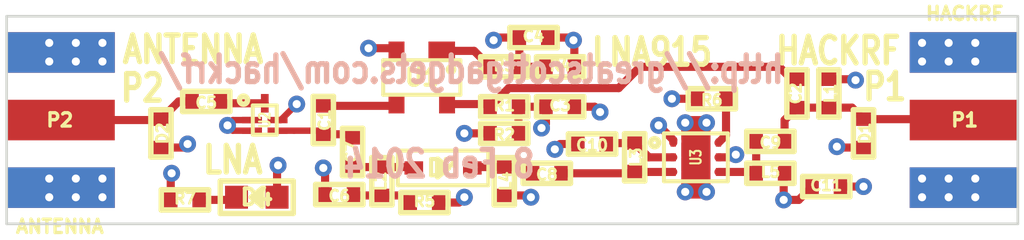
<source format=kicad_pcb>
(kicad_pcb (version 3) (host pcbnew "(2013-07-24 BZR 4024)-stable")

  (general
    (links 95)
    (no_connects 6)
    (area 124.5976 95.137423 163.4024 104.862577)
    (thickness 1.6)
    (drawings 14)
    (tracks 143)
    (zones 0)
    (modules 32)
    (nets 18)
  )

  (page A4)
  (layers
    (15 C1F signal)
    (2 C2 power)
    (1 C3 power)
    (0 C4B signal)
    (16 B.Adhes user)
    (17 F.Adhes user)
    (18 B.Paste user)
    (19 F.Paste user)
    (20 B.SilkS user hide)
    (21 F.SilkS user)
    (22 B.Mask user)
    (23 F.Mask user)
    (25 Cmts.User user)
    (28 Edge.Cuts user)
  )

  (setup
    (last_trace_width 0.24)
    (user_trace_width 0.2032)
    (user_trace_width 0.24)
    (user_trace_width 0.3048)
    (trace_clearance 0.1524)
    (zone_clearance 0.254)
    (zone_45_only no)
    (trace_min 0.1524)
    (segment_width 0.2)
    (edge_width 0.1)
    (via_size 0.635)
    (via_drill 0.3048)
    (via_min_size 0.4572)
    (via_min_drill 0.254)
    (uvia_size 0.508)
    (uvia_drill 0.127)
    (uvias_allowed no)
    (uvia_min_size 0.4572)
    (uvia_min_drill 0.127)
    (pcb_text_width 0.3)
    (pcb_text_size 1.5 1.5)
    (mod_edge_width 0.15)
    (mod_text_size 1 1)
    (mod_text_width 0.15)
    (pad_size 0.762 0.762)
    (pad_drill 0.3048)
    (pad_to_mask_clearance 0.003)
    (pad_to_paste_clearance_ratio -0.12)
    (aux_axis_origin 0 0)
    (visible_elements FFFFFBBF)
    (pcbplotparams
      (layerselection 284721159)
      (usegerberextensions true)
      (excludeedgelayer true)
      (linewidth 0.150000)
      (plotframeref false)
      (viasonmask false)
      (mode 1)
      (useauxorigin false)
      (hpglpennumber 1)
      (hpglpenspeed 20)
      (hpglpendiameter 15)
      (hpglpenoverlay 2)
      (psnegative false)
      (psa4output false)
      (plotreference false)
      (plotvalue false)
      (plotothertext true)
      (plotinvisibletext false)
      (padsonsilk false)
      (subtractmaskfromsilk false)
      (outputformat 1)
      (mirror false)
      (drillshape 0)
      (scaleselection 1)
      (outputdirectory gerbers))
  )

  (net 0 "")
  (net 1 GND)
  (net 2 N-000001)
  (net 3 N-0000010)
  (net 4 N-0000011)
  (net 5 N-0000012)
  (net 6 N-0000013)
  (net 7 N-0000014)
  (net 8 N-0000015)
  (net 9 N-0000016)
  (net 10 N-0000017)
  (net 11 N-000004)
  (net 12 N-000005)
  (net 13 N-000006)
  (net 14 N-000007)
  (net 15 N-000008)
  (net 16 N-000009)
  (net 17 VCC)

  (net_class Default "This is the default net class."
    (clearance 0.1524)
    (trace_width 0.1524)
    (via_dia 0.635)
    (via_drill 0.3048)
    (uvia_dia 0.508)
    (uvia_drill 0.127)
    (add_net "")
    (add_net GND)
    (add_net N-000001)
    (add_net N-0000010)
    (add_net N-0000011)
    (add_net N-0000012)
    (add_net N-0000013)
    (add_net N-0000014)
    (add_net N-0000015)
    (add_net N-0000016)
    (add_net N-0000017)
    (add_net N-000004)
    (add_net N-000005)
    (add_net N-000006)
    (add_net N-000007)
    (add_net N-000008)
    (add_net N-000009)
    (add_net VCC)
  )

  (module GSG-SOD323 (layer C1F) (tedit 52F6A9EE) (tstamp 52F6BFBE)
    (at 141.4 101.8)
    (path /52F440C5)
    (solder_mask_margin 0.1016)
    (fp_text reference D3 (at 0 0) (layer F.SilkS)
      (effects (font (size 0.6096 0.6096) (thickness 0.1524)))
    )
    (fp_text value PIN (at 0 0) (layer F.SilkS) hide
      (effects (font (size 0.6096 0.6096) (thickness 0.1524)))
    )
    (fp_line (start -1.7 -0.65) (end 1.7 -0.65) (layer F.SilkS) (width 0.15))
    (fp_line (start 1.7 -0.65) (end 1.7 0.65) (layer F.SilkS) (width 0.15))
    (fp_line (start 1.7 0.65) (end -1.7 0.65) (layer F.SilkS) (width 0.15))
    (fp_line (start -1.7 0.65) (end -1.7 -0.65) (layer F.SilkS) (width 0.15))
    (fp_line (start -0.0508 0.0762) (end -0.0508 -0.0762) (layer F.SilkS) (width 0.2032))
    (fp_line (start 0.2032 0) (end -0.2032 -0.3302) (layer F.SilkS) (width 0.2032))
    (fp_line (start -0.2032 -0.3302) (end -0.2032 0.3302) (layer F.SilkS) (width 0.2032))
    (fp_line (start -0.2032 0.3302) (end 0.2032 0) (layer F.SilkS) (width 0.2032))
    (pad 2 smd rect (at 1.1 0) (size 0.7 0.5)
      (layers C1F F.Paste F.Mask)
      (net 13 N-000006)
      (die_length 0.04572)
      (solder_mask_margin 0.1016)
      (clearance 0.1778)
    )
    (pad 1 smd rect (at -1.1 0) (size 0.7 0.5)
      (layers C1F F.Paste F.Mask)
      (net 14 N-000007)
      (die_length 0.08382)
      (solder_mask_margin 0.1016)
      (clearance 0.1778)
    )
  )

  (module GSG-F5Q (layer C1F) (tedit 52F6AFAA) (tstamp 52F6BFDE)
    (at 134.7 100 270)
    (path /52F44412)
    (fp_text reference U2 (at 0 0 270) (layer F.SilkS)
      (effects (font (size 0.39878 0.29972) (thickness 0.07493)))
    )
    (fp_text value SAW (at 0 0 270) (layer F.SilkS) hide
      (effects (font (size 0.39878 0.29972) (thickness 0.0762)))
    )
    (fp_line (start -0.55 -0.45) (end 0.55 -0.45) (layer F.SilkS) (width 0.15))
    (fp_line (start 0.55 -0.45) (end 0.55 0.45) (layer F.SilkS) (width 0.15))
    (fp_line (start 0.55 0.45) (end -0.55 0.45) (layer F.SilkS) (width 0.15))
    (fp_line (start -0.55 0.45) (end -0.55 -0.45) (layer F.SilkS) (width 0.15))
    (fp_circle (center -0.74958 0.8) (end -0.69878 0.8) (layer F.SilkS) (width 0.2032))
    (pad 1 smd rect (at -0.63 0 270) (size 0.7 0.29)
      (layers C1F F.Paste F.Mask)
      (net 4 N-0000011)
      (die_length 3.40614)
    )
    (pad 3 smd rect (at 0.4 0.48 270) (size 0.24 0.75)
      (layers C1F F.Paste F.Mask)
      (net 1 GND)
      (die_length -2147.483648)
    )
    (pad 4 smd rect (at 0.4 -0.48 270) (size 0.24 0.75)
      (layers C1F F.Paste F.Mask)
      (net 16 N-000009)
      (die_length -2147.483648)
    )
    (pad 2 smd rect (at 0 0.48 270) (size 0.24 0.75)
      (layers C1F F.Paste F.Mask)
      (net 1 GND)
      (die_length 3.40614)
    )
    (pad 5 smd rect (at 0 -0.48 270) (size 0.24 0.75)
      (layers C1F F.Paste F.Mask)
      (net 1 GND)
    )
  )

  (module GSG-0603D (layer C1F) (tedit 4CFF3010) (tstamp 52F6BFEC)
    (at 134.4 102.9 180)
    (path /52F51772)
    (solder_mask_margin 0.1016)
    (fp_text reference D4 (at 0 0 180) (layer F.SilkS)
      (effects (font (size 0.6096 0.6096) (thickness 0.1524)))
    )
    (fp_text value LNALED (at 0 0 180) (layer F.SilkS) hide
      (effects (font (size 0.6096 0.6096) (thickness 0.1524)))
    )
    (fp_line (start -0.0508 0.0762) (end -0.0508 -0.0762) (layer F.SilkS) (width 0.2032))
    (fp_line (start 0.2032 0) (end -0.2032 -0.3302) (layer F.SilkS) (width 0.2032))
    (fp_line (start -0.2032 -0.3302) (end -0.2032 0.3302) (layer F.SilkS) (width 0.2032))
    (fp_line (start -0.2032 0.3302) (end 0.2032 0) (layer F.SilkS) (width 0.2032))
    (fp_line (start 1.3716 -0.6096) (end -1.3716 -0.6096) (layer F.SilkS) (width 0.2032))
    (fp_line (start -1.3716 -0.6096) (end -1.3716 0.6096) (layer F.SilkS) (width 0.2032))
    (fp_line (start -1.3716 0.6096) (end 1.3716 0.6096) (layer F.SilkS) (width 0.2032))
    (fp_line (start 1.3716 0.6096) (end 1.3716 -0.6096) (layer F.SilkS) (width 0.2032))
    (pad 2 smd rect (at 0.762 0 180) (size 0.8636 0.8636)
      (layers C1F F.Paste F.Mask)
      (net 15 N-000008)
      (die_length 0.04572)
      (solder_mask_margin 0.1016)
      (clearance 0.1778)
    )
    (pad 1 smd rect (at -0.762 0 180) (size 0.8636 0.8636)
      (layers C1F F.Paste F.Mask)
      (net 17 VCC)
      (die_length 0.08382)
      (solder_mask_margin 0.1016)
      (clearance 0.1778)
    )
  )

  (module GSG-0402 (layer C1F) (tedit 4FB6CFE4) (tstamp 52F6BFF6)
    (at 137.5 102.8)
    (path /52F69BA3)
    (solder_mask_margin 0.1016)
    (fp_text reference C6 (at 0 0.0508) (layer F.SilkS)
      (effects (font (size 0.4064 0.4064) (thickness 0.1016)))
    )
    (fp_text value 1nF (at 0 0.0508) (layer F.SilkS) hide
      (effects (font (size 0.4064 0.4064) (thickness 0.1016)))
    )
    (fp_line (start 0.889 -0.381) (end 0.889 0.381) (layer F.SilkS) (width 0.2032))
    (fp_line (start 0.889 0.381) (end -0.889 0.381) (layer F.SilkS) (width 0.2032))
    (fp_line (start -0.889 0.381) (end -0.889 -0.381) (layer F.SilkS) (width 0.2032))
    (fp_line (start -0.889 -0.381) (end 0.889 -0.381) (layer F.SilkS) (width 0.2032))
    (pad 2 smd rect (at 0.5334 0) (size 0.508 0.5588)
      (layers C1F F.Paste F.Mask)
      (net 3 N-0000010)
      (solder_mask_margin 0.1016)
    )
    (pad 1 smd rect (at -0.5334 0) (size 0.508 0.5588)
      (layers C1F F.Paste F.Mask)
      (net 1 GND)
      (die_length -2147.483648)
      (solder_mask_margin 0.1016)
    )
  )

  (module GSG-0402 (layer C1F) (tedit 4FB6CFE4) (tstamp 52F6C000)
    (at 143.7 100.5)
    (path /52F6A598)
    (solder_mask_margin 0.1016)
    (fp_text reference R2 (at 0 0.0508) (layer F.SilkS)
      (effects (font (size 0.4064 0.4064) (thickness 0.1016)))
    )
    (fp_text value 100k (at 0 0.0508) (layer F.SilkS) hide
      (effects (font (size 0.4064 0.4064) (thickness 0.1016)))
    )
    (fp_line (start 0.889 -0.381) (end 0.889 0.381) (layer F.SilkS) (width 0.2032))
    (fp_line (start 0.889 0.381) (end -0.889 0.381) (layer F.SilkS) (width 0.2032))
    (fp_line (start -0.889 0.381) (end -0.889 -0.381) (layer F.SilkS) (width 0.2032))
    (fp_line (start -0.889 -0.381) (end 0.889 -0.381) (layer F.SilkS) (width 0.2032))
    (pad 2 smd rect (at 0.5334 0) (size 0.508 0.5588)
      (layers C1F F.Paste F.Mask)
      (net 17 VCC)
      (solder_mask_margin 0.1016)
    )
    (pad 1 smd rect (at -0.5334 0) (size 0.508 0.5588)
      (layers C1F F.Paste F.Mask)
      (net 1 GND)
      (die_length -2147.483648)
      (solder_mask_margin 0.1016)
    )
  )

  (module GSG-0402 (layer C1F) (tedit 4FB6CFE4) (tstamp 52F6C00A)
    (at 138 101.2 270)
    (path /52F69E98)
    (solder_mask_margin 0.1016)
    (fp_text reference C7 (at 0 0.0508 270) (layer F.SilkS)
      (effects (font (size 0.4064 0.4064) (thickness 0.1016)))
    )
    (fp_text value 100pF (at 0 0.0508 270) (layer F.SilkS) hide
      (effects (font (size 0.4064 0.4064) (thickness 0.1016)))
    )
    (fp_line (start 0.889 -0.381) (end 0.889 0.381) (layer F.SilkS) (width 0.2032))
    (fp_line (start 0.889 0.381) (end -0.889 0.381) (layer F.SilkS) (width 0.2032))
    (fp_line (start -0.889 0.381) (end -0.889 -0.381) (layer F.SilkS) (width 0.2032))
    (fp_line (start -0.889 -0.381) (end 0.889 -0.381) (layer F.SilkS) (width 0.2032))
    (pad 2 smd rect (at 0.5334 0 270) (size 0.508 0.5588)
      (layers C1F F.Paste F.Mask)
      (net 14 N-000007)
      (solder_mask_margin 0.1016)
    )
    (pad 1 smd rect (at -0.5334 0 270) (size 0.508 0.5588)
      (layers C1F F.Paste F.Mask)
      (net 16 N-000009)
      (die_length -2147.483648)
      (solder_mask_margin 0.1016)
    )
  )

  (module GSG-0402 (layer C1F) (tedit 4FB6CFE4) (tstamp 52F6C014)
    (at 145.3 102)
    (path /52F69EB1)
    (solder_mask_margin 0.1016)
    (fp_text reference C8 (at 0 0.0508) (layer F.SilkS)
      (effects (font (size 0.4064 0.4064) (thickness 0.1016)))
    )
    (fp_text value 100pF (at 0 0.0508) (layer F.SilkS) hide
      (effects (font (size 0.4064 0.4064) (thickness 0.1016)))
    )
    (fp_line (start 0.889 -0.381) (end 0.889 0.381) (layer F.SilkS) (width 0.2032))
    (fp_line (start 0.889 0.381) (end -0.889 0.381) (layer F.SilkS) (width 0.2032))
    (fp_line (start -0.889 0.381) (end -0.889 -0.381) (layer F.SilkS) (width 0.2032))
    (fp_line (start -0.889 -0.381) (end 0.889 -0.381) (layer F.SilkS) (width 0.2032))
    (pad 2 smd rect (at 0.5334 0) (size 0.508 0.5588)
      (layers C1F F.Paste F.Mask)
      (net 9 N-0000016)
      (solder_mask_margin 0.1016)
    )
    (pad 1 smd rect (at -0.5334 0) (size 0.508 0.5588)
      (layers C1F F.Paste F.Mask)
      (net 13 N-000006)
      (die_length -2147.483648)
      (solder_mask_margin 0.1016)
    )
  )

  (module GSG-0402 (layer C1F) (tedit 4FB6CFE4) (tstamp 52F6C01E)
    (at 153.7 100.8)
    (path /52F69EBA)
    (solder_mask_margin 0.1016)
    (fp_text reference C9 (at 0 0.0508) (layer F.SilkS)
      (effects (font (size 0.4064 0.4064) (thickness 0.1016)))
    )
    (fp_text value 100pF (at 0 0.0508) (layer F.SilkS) hide
      (effects (font (size 0.4064 0.4064) (thickness 0.1016)))
    )
    (fp_line (start 0.889 -0.381) (end 0.889 0.381) (layer F.SilkS) (width 0.2032))
    (fp_line (start 0.889 0.381) (end -0.889 0.381) (layer F.SilkS) (width 0.2032))
    (fp_line (start -0.889 0.381) (end -0.889 -0.381) (layer F.SilkS) (width 0.2032))
    (fp_line (start -0.889 -0.381) (end 0.889 -0.381) (layer F.SilkS) (width 0.2032))
    (pad 2 smd rect (at 0.5334 0) (size 0.508 0.5588)
      (layers C1F F.Paste F.Mask)
      (net 7 N-0000014)
      (solder_mask_margin 0.1016)
    )
    (pad 1 smd rect (at -0.5334 0) (size 0.508 0.5588)
      (layers C1F F.Paste F.Mask)
      (net 8 N-0000015)
      (die_length -2147.483648)
      (solder_mask_margin 0.1016)
    )
  )

  (module GSG-0402 (layer C1F) (tedit 4FB6CFE4) (tstamp 52F6C028)
    (at 154.7 99 270)
    (path /52F69EC3)
    (solder_mask_margin 0.1016)
    (fp_text reference C2 (at 0 0.0508 270) (layer F.SilkS)
      (effects (font (size 0.4064 0.4064) (thickness 0.1016)))
    )
    (fp_text value 100pF (at 0 0.0508 270) (layer F.SilkS) hide
      (effects (font (size 0.4064 0.4064) (thickness 0.1016)))
    )
    (fp_line (start 0.889 -0.381) (end 0.889 0.381) (layer F.SilkS) (width 0.2032))
    (fp_line (start 0.889 0.381) (end -0.889 0.381) (layer F.SilkS) (width 0.2032))
    (fp_line (start -0.889 0.381) (end -0.889 -0.381) (layer F.SilkS) (width 0.2032))
    (fp_line (start -0.889 -0.381) (end 0.889 -0.381) (layer F.SilkS) (width 0.2032))
    (pad 2 smd rect (at 0.5334 0 270) (size 0.508 0.5588)
      (layers C1F F.Paste F.Mask)
      (net 7 N-0000014)
      (solder_mask_margin 0.1016)
    )
    (pad 1 smd rect (at -0.5334 0 270) (size 0.508 0.5588)
      (layers C1F F.Paste F.Mask)
      (net 12 N-000005)
      (die_length -2147.483648)
      (solder_mask_margin 0.1016)
    )
  )

  (module GSG-0402 (layer C1F) (tedit 4FB6CFE4) (tstamp 52F6C032)
    (at 136.9 100 90)
    (path /52F69ECC)
    (solder_mask_margin 0.1016)
    (fp_text reference C1 (at 0 0.0508 90) (layer F.SilkS)
      (effects (font (size 0.4064 0.4064) (thickness 0.1016)))
    )
    (fp_text value 100pF (at 0 0.0508 90) (layer F.SilkS) hide
      (effects (font (size 0.4064 0.4064) (thickness 0.1016)))
    )
    (fp_line (start 0.889 -0.381) (end 0.889 0.381) (layer F.SilkS) (width 0.2032))
    (fp_line (start 0.889 0.381) (end -0.889 0.381) (layer F.SilkS) (width 0.2032))
    (fp_line (start -0.889 0.381) (end -0.889 -0.381) (layer F.SilkS) (width 0.2032))
    (fp_line (start -0.889 -0.381) (end 0.889 -0.381) (layer F.SilkS) (width 0.2032))
    (pad 2 smd rect (at 0.5334 0 90) (size 0.508 0.5588)
      (layers C1F F.Paste F.Mask)
      (net 11 N-000004)
      (solder_mask_margin 0.1016)
    )
    (pad 1 smd rect (at -0.5334 0 90) (size 0.508 0.5588)
      (layers C1F F.Paste F.Mask)
      (net 16 N-000009)
      (die_length -2147.483648)
      (solder_mask_margin 0.1016)
    )
  )

  (module GSG-0402 (layer C1F) (tedit 4FB6CFE4) (tstamp 52F6C03C)
    (at 155.8 102.5 180)
    (path /52F69F2A)
    (solder_mask_margin 0.1016)
    (fp_text reference C11 (at 0 0.0508 180) (layer F.SilkS)
      (effects (font (size 0.4064 0.4064) (thickness 0.1016)))
    )
    (fp_text value 1uF (at 0 0.0508 180) (layer F.SilkS) hide
      (effects (font (size 0.4064 0.4064) (thickness 0.1016)))
    )
    (fp_line (start 0.889 -0.381) (end 0.889 0.381) (layer F.SilkS) (width 0.2032))
    (fp_line (start 0.889 0.381) (end -0.889 0.381) (layer F.SilkS) (width 0.2032))
    (fp_line (start -0.889 0.381) (end -0.889 -0.381) (layer F.SilkS) (width 0.2032))
    (fp_line (start -0.889 -0.381) (end 0.889 -0.381) (layer F.SilkS) (width 0.2032))
    (pad 2 smd rect (at 0.5334 0 180) (size 0.508 0.5588)
      (layers C1F F.Paste F.Mask)
      (net 17 VCC)
      (solder_mask_margin 0.1016)
    )
    (pad 1 smd rect (at -0.5334 0 180) (size 0.508 0.5588)
      (layers C1F F.Paste F.Mask)
      (net 1 GND)
      (die_length -2147.483648)
      (solder_mask_margin 0.1016)
    )
  )

  (module GSG-0402 (layer C1F) (tedit 4FB6CFE4) (tstamp 52F6C046)
    (at 130.8 100.5 90)
    (path /52F69FCE)
    (solder_mask_margin 0.1016)
    (fp_text reference D2 (at 0 0.0508 90) (layer F.SilkS)
      (effects (font (size 0.4064 0.4064) (thickness 0.1016)))
    )
    (fp_text value GSG-DIODE-TVS-BI (at 0 0.0508 90) (layer F.SilkS) hide
      (effects (font (size 0.4064 0.4064) (thickness 0.1016)))
    )
    (fp_line (start 0.889 -0.381) (end 0.889 0.381) (layer F.SilkS) (width 0.2032))
    (fp_line (start 0.889 0.381) (end -0.889 0.381) (layer F.SilkS) (width 0.2032))
    (fp_line (start -0.889 0.381) (end -0.889 -0.381) (layer F.SilkS) (width 0.2032))
    (fp_line (start -0.889 -0.381) (end 0.889 -0.381) (layer F.SilkS) (width 0.2032))
    (pad 2 smd rect (at 0.5334 0 90) (size 0.508 0.5588)
      (layers C1F F.Paste F.Mask)
      (net 5 N-0000012)
      (solder_mask_margin 0.1016)
    )
    (pad 1 smd rect (at -0.5334 0 90) (size 0.508 0.5588)
      (layers C1F F.Paste F.Mask)
      (net 1 GND)
      (die_length -2147.483648)
      (solder_mask_margin 0.1016)
    )
  )

  (module GSG-0402 (layer C1F) (tedit 4FB6CFE4) (tstamp 52F6C050)
    (at 140.7 103.1 180)
    (path /52F6A21F)
    (solder_mask_margin 0.1016)
    (fp_text reference R5 (at 0 0.0508 180) (layer F.SilkS)
      (effects (font (size 0.4064 0.4064) (thickness 0.1016)))
    )
    (fp_text value 470 (at 0 0.0508 180) (layer F.SilkS) hide
      (effects (font (size 0.4064 0.4064) (thickness 0.1016)))
    )
    (fp_line (start 0.889 -0.381) (end 0.889 0.381) (layer F.SilkS) (width 0.2032))
    (fp_line (start 0.889 0.381) (end -0.889 0.381) (layer F.SilkS) (width 0.2032))
    (fp_line (start -0.889 0.381) (end -0.889 -0.381) (layer F.SilkS) (width 0.2032))
    (fp_line (start -0.889 -0.381) (end 0.889 -0.381) (layer F.SilkS) (width 0.2032))
    (pad 2 smd rect (at 0.5334 0 180) (size 0.508 0.5588)
      (layers C1F F.Paste F.Mask)
      (net 3 N-0000010)
      (solder_mask_margin 0.1016)
    )
    (pad 1 smd rect (at -0.5334 0 180) (size 0.508 0.5588)
      (layers C1F F.Paste F.Mask)
      (net 17 VCC)
      (die_length -2147.483648)
      (solder_mask_margin 0.1016)
    )
  )

  (module GSG-0402 (layer C1F) (tedit 4FB6CFE4) (tstamp 52F6C05A)
    (at 144.8 96.9 180)
    (path /52F6A3F1)
    (solder_mask_margin 0.1016)
    (fp_text reference C4 (at 0 0.0508 180) (layer F.SilkS)
      (effects (font (size 0.4064 0.4064) (thickness 0.1016)))
    )
    (fp_text value 1nF (at 0 0.0508 180) (layer F.SilkS) hide
      (effects (font (size 0.4064 0.4064) (thickness 0.1016)))
    )
    (fp_line (start 0.889 -0.381) (end 0.889 0.381) (layer F.SilkS) (width 0.2032))
    (fp_line (start 0.889 0.381) (end -0.889 0.381) (layer F.SilkS) (width 0.2032))
    (fp_line (start -0.889 0.381) (end -0.889 -0.381) (layer F.SilkS) (width 0.2032))
    (fp_line (start -0.889 -0.381) (end 0.889 -0.381) (layer F.SilkS) (width 0.2032))
    (pad 2 smd rect (at 0.5334 0 180) (size 0.508 0.5588)
      (layers C1F F.Paste F.Mask)
      (net 17 VCC)
      (solder_mask_margin 0.1016)
    )
    (pad 1 smd rect (at -0.5334 0 180) (size 0.508 0.5588)
      (layers C1F F.Paste F.Mask)
      (net 1 GND)
      (die_length -2147.483648)
      (solder_mask_margin 0.1016)
    )
  )

  (module GSG-0402 (layer C1F) (tedit 4FB6CFE4) (tstamp 52F6D546)
    (at 145.8 99.5 180)
    (path /52F6A40A)
    (solder_mask_margin 0.1016)
    (fp_text reference C3 (at 0 0.0508 180) (layer F.SilkS)
      (effects (font (size 0.4064 0.4064) (thickness 0.1016)))
    )
    (fp_text value 1nF (at 0 0.0508 180) (layer F.SilkS) hide
      (effects (font (size 0.4064 0.4064) (thickness 0.1016)))
    )
    (fp_line (start 0.889 -0.381) (end 0.889 0.381) (layer F.SilkS) (width 0.2032))
    (fp_line (start 0.889 0.381) (end -0.889 0.381) (layer F.SilkS) (width 0.2032))
    (fp_line (start -0.889 0.381) (end -0.889 -0.381) (layer F.SilkS) (width 0.2032))
    (fp_line (start -0.889 -0.381) (end 0.889 -0.381) (layer F.SilkS) (width 0.2032))
    (pad 2 smd rect (at 0.5334 0 180) (size 0.508 0.5588)
      (layers C1F F.Paste F.Mask)
      (net 17 VCC)
      (solder_mask_margin 0.1016)
    )
    (pad 1 smd rect (at -0.5334 0 180) (size 0.508 0.5588)
      (layers C1F F.Paste F.Mask)
      (net 1 GND)
      (die_length -2147.483648)
      (solder_mask_margin 0.1016)
    )
  )

  (module GSG-0402 (layer C1F) (tedit 4FB6CFE4) (tstamp 52F6C06E)
    (at 139.1 102.3 270)
    (path /52F69884)
    (solder_mask_margin 0.1016)
    (fp_text reference L2 (at 0 0.0508 270) (layer F.SilkS)
      (effects (font (size 0.4064 0.4064) (thickness 0.1016)))
    )
    (fp_text value 39nH (at 0 0.0508 270) (layer F.SilkS) hide
      (effects (font (size 0.4064 0.4064) (thickness 0.1016)))
    )
    (fp_line (start 0.889 -0.381) (end 0.889 0.381) (layer F.SilkS) (width 0.2032))
    (fp_line (start 0.889 0.381) (end -0.889 0.381) (layer F.SilkS) (width 0.2032))
    (fp_line (start -0.889 0.381) (end -0.889 -0.381) (layer F.SilkS) (width 0.2032))
    (fp_line (start -0.889 -0.381) (end 0.889 -0.381) (layer F.SilkS) (width 0.2032))
    (pad 2 smd rect (at 0.5334 0 270) (size 0.508 0.5588)
      (layers C1F F.Paste F.Mask)
      (net 3 N-0000010)
      (solder_mask_margin 0.1016)
    )
    (pad 1 smd rect (at -0.5334 0 270) (size 0.508 0.5588)
      (layers C1F F.Paste F.Mask)
      (net 14 N-000007)
      (die_length -2147.483648)
      (solder_mask_margin 0.1016)
    )
  )

  (module GSG-0402 (layer C1F) (tedit 4FB6CFE4) (tstamp 52F6C078)
    (at 143.7 102.3 90)
    (path /52F6975B)
    (solder_mask_margin 0.1016)
    (fp_text reference L4 (at 0 0.0508 90) (layer F.SilkS)
      (effects (font (size 0.4064 0.4064) (thickness 0.1016)))
    )
    (fp_text value 39nH (at 0 0.0508 90) (layer F.SilkS) hide
      (effects (font (size 0.4064 0.4064) (thickness 0.1016)))
    )
    (fp_line (start 0.889 -0.381) (end 0.889 0.381) (layer F.SilkS) (width 0.2032))
    (fp_line (start 0.889 0.381) (end -0.889 0.381) (layer F.SilkS) (width 0.2032))
    (fp_line (start -0.889 0.381) (end -0.889 -0.381) (layer F.SilkS) (width 0.2032))
    (fp_line (start -0.889 -0.381) (end 0.889 -0.381) (layer F.SilkS) (width 0.2032))
    (pad 2 smd rect (at 0.5334 0 90) (size 0.508 0.5588)
      (layers C1F F.Paste F.Mask)
      (net 13 N-000006)
      (solder_mask_margin 0.1016)
    )
    (pad 1 smd rect (at -0.5334 0 90) (size 0.508 0.5588)
      (layers C1F F.Paste F.Mask)
      (net 1 GND)
      (die_length -2147.483648)
      (solder_mask_margin 0.1016)
    )
  )

  (module GSG-0402 (layer C1F) (tedit 4FB6CFE4) (tstamp 52F6D5E2)
    (at 145.8 98 180)
    (path /52F69223)
    (solder_mask_margin 0.1016)
    (fp_text reference R4 (at 0 0.0508 180) (layer F.SilkS)
      (effects (font (size 0.4064 0.4064) (thickness 0.1016)))
    )
    (fp_text value 100k (at 0 0.0508 180) (layer F.SilkS) hide
      (effects (font (size 0.4064 0.4064) (thickness 0.1016)))
    )
    (fp_line (start 0.889 -0.381) (end 0.889 0.381) (layer F.SilkS) (width 0.2032))
    (fp_line (start 0.889 0.381) (end -0.889 0.381) (layer F.SilkS) (width 0.2032))
    (fp_line (start -0.889 0.381) (end -0.889 -0.381) (layer F.SilkS) (width 0.2032))
    (fp_line (start -0.889 -0.381) (end 0.889 -0.381) (layer F.SilkS) (width 0.2032))
    (pad 2 smd rect (at 0.5334 0 180) (size 0.508 0.5588)
      (layers C1F F.Paste F.Mask)
      (net 17 VCC)
      (solder_mask_margin 0.1016)
    )
    (pad 1 smd rect (at -0.5334 0 180) (size 0.508 0.5588)
      (layers C1F F.Paste F.Mask)
      (net 1 GND)
      (die_length -2147.483648)
      (solder_mask_margin 0.1016)
    )
  )

  (module GSG-0402 (layer C1F) (tedit 4FB6CFE4) (tstamp 52F6C08C)
    (at 143.7 98 180)
    (path /52F6921D)
    (solder_mask_margin 0.1016)
    (fp_text reference R3 (at 0 0.0508 180) (layer F.SilkS)
      (effects (font (size 0.4064 0.4064) (thickness 0.1016)))
    )
    (fp_text value 4k7 (at 0 0.0508 180) (layer F.SilkS) hide
      (effects (font (size 0.4064 0.4064) (thickness 0.1016)))
    )
    (fp_line (start 0.889 -0.381) (end 0.889 0.381) (layer F.SilkS) (width 0.2032))
    (fp_line (start 0.889 0.381) (end -0.889 0.381) (layer F.SilkS) (width 0.2032))
    (fp_line (start -0.889 0.381) (end -0.889 -0.381) (layer F.SilkS) (width 0.2032))
    (fp_line (start -0.889 -0.381) (end 0.889 -0.381) (layer F.SilkS) (width 0.2032))
    (pad 2 smd rect (at 0.5334 0 180) (size 0.508 0.5588)
      (layers C1F F.Paste F.Mask)
      (net 2 N-000001)
      (solder_mask_margin 0.1016)
    )
    (pad 1 smd rect (at -0.5334 0 180) (size 0.508 0.5588)
      (layers C1F F.Paste F.Mask)
      (net 17 VCC)
      (die_length -2147.483648)
      (solder_mask_margin 0.1016)
    )
  )

  (module GSG-0402 (layer C1F) (tedit 4FB6CFE4) (tstamp 52F6C096)
    (at 143.7 99.5 180)
    (path /52F6905B)
    (solder_mask_margin 0.1016)
    (fp_text reference R1 (at 0 0.0508 180) (layer F.SilkS)
      (effects (font (size 0.4064 0.4064) (thickness 0.1016)))
    )
    (fp_text value 47k (at 0 0.0508 180) (layer F.SilkS) hide
      (effects (font (size 0.4064 0.4064) (thickness 0.1016)))
    )
    (fp_line (start 0.889 -0.381) (end 0.889 0.381) (layer F.SilkS) (width 0.2032))
    (fp_line (start 0.889 0.381) (end -0.889 0.381) (layer F.SilkS) (width 0.2032))
    (fp_line (start -0.889 0.381) (end -0.889 -0.381) (layer F.SilkS) (width 0.2032))
    (fp_line (start -0.889 -0.381) (end 0.889 -0.381) (layer F.SilkS) (width 0.2032))
    (pad 2 smd rect (at 0.5334 0 180) (size 0.508 0.5588)
      (layers C1F F.Paste F.Mask)
      (net 12 N-000005)
      (solder_mask_margin 0.1016)
    )
    (pad 1 smd rect (at -0.5334 0 180) (size 0.508 0.5588)
      (layers C1F F.Paste F.Mask)
      (net 17 VCC)
      (die_length -2147.483648)
      (solder_mask_margin 0.1016)
    )
  )

  (module GSG-0402 (layer C1F) (tedit 4FB6CFE4) (tstamp 52F6C0A0)
    (at 131.7 103 180)
    (path /52F68CBB)
    (solder_mask_margin 0.1016)
    (fp_text reference R7 (at 0 0.0508 180) (layer F.SilkS)
      (effects (font (size 0.4064 0.4064) (thickness 0.1016)))
    )
    (fp_text value 470 (at 0 0.0508 180) (layer F.SilkS) hide
      (effects (font (size 0.4064 0.4064) (thickness 0.1016)))
    )
    (fp_line (start 0.889 -0.381) (end 0.889 0.381) (layer F.SilkS) (width 0.2032))
    (fp_line (start 0.889 0.381) (end -0.889 0.381) (layer F.SilkS) (width 0.2032))
    (fp_line (start -0.889 0.381) (end -0.889 -0.381) (layer F.SilkS) (width 0.2032))
    (fp_line (start -0.889 -0.381) (end 0.889 -0.381) (layer F.SilkS) (width 0.2032))
    (pad 2 smd rect (at 0.5334 0 180) (size 0.508 0.5588)
      (layers C1F F.Paste F.Mask)
      (net 1 GND)
      (solder_mask_margin 0.1016)
    )
    (pad 1 smd rect (at -0.5334 0 180) (size 0.508 0.5588)
      (layers C1F F.Paste F.Mask)
      (net 15 N-000008)
      (die_length -2147.483648)
      (solder_mask_margin 0.1016)
    )
  )

  (module GSG-0402 (layer C1F) (tedit 4FB6CFE4) (tstamp 52F6C0AA)
    (at 155.9 99 90)
    (path /52F68C64)
    (solder_mask_margin 0.1016)
    (fp_text reference L1 (at 0 0.0508 90) (layer F.SilkS)
      (effects (font (size 0.4064 0.4064) (thickness 0.1016)))
    )
    (fp_text value 39nH (at 0 0.0508 90) (layer F.SilkS) hide
      (effects (font (size 0.4064 0.4064) (thickness 0.1016)))
    )
    (fp_line (start 0.889 -0.381) (end 0.889 0.381) (layer F.SilkS) (width 0.2032))
    (fp_line (start 0.889 0.381) (end -0.889 0.381) (layer F.SilkS) (width 0.2032))
    (fp_line (start -0.889 0.381) (end -0.889 -0.381) (layer F.SilkS) (width 0.2032))
    (fp_line (start -0.889 -0.381) (end 0.889 -0.381) (layer F.SilkS) (width 0.2032))
    (pad 2 smd rect (at 0.5334 0 90) (size 0.508 0.5588)
      (layers C1F F.Paste F.Mask)
      (net 17 VCC)
      (solder_mask_margin 0.1016)
    )
    (pad 1 smd rect (at -0.5334 0 90) (size 0.508 0.5588)
      (layers C1F F.Paste F.Mask)
      (net 7 N-0000014)
      (die_length -2147.483648)
      (solder_mask_margin 0.1016)
    )
  )

  (module GSG-0402 (layer C1F) (tedit 4FB6CFE4) (tstamp 52F6C0B4)
    (at 148.6 101.4 90)
    (path /52F68C24)
    (solder_mask_margin 0.1016)
    (fp_text reference L3 (at 0 0.0508 90) (layer F.SilkS)
      (effects (font (size 0.4064 0.4064) (thickness 0.1016)))
    )
    (fp_text value 39nH (at 0 0.0508 90) (layer F.SilkS) hide
      (effects (font (size 0.4064 0.4064) (thickness 0.1016)))
    )
    (fp_line (start 0.889 -0.381) (end 0.889 0.381) (layer F.SilkS) (width 0.2032))
    (fp_line (start 0.889 0.381) (end -0.889 0.381) (layer F.SilkS) (width 0.2032))
    (fp_line (start -0.889 0.381) (end -0.889 -0.381) (layer F.SilkS) (width 0.2032))
    (fp_line (start -0.889 -0.381) (end 0.889 -0.381) (layer F.SilkS) (width 0.2032))
    (pad 2 smd rect (at 0.5334 0 90) (size 0.508 0.5588)
      (layers C1F F.Paste F.Mask)
      (net 10 N-0000017)
      (solder_mask_margin 0.1016)
    )
    (pad 1 smd rect (at -0.5334 0 90) (size 0.508 0.5588)
      (layers C1F F.Paste F.Mask)
      (net 9 N-0000016)
      (die_length -2147.483648)
      (solder_mask_margin 0.1016)
    )
  )

  (module GSG-0402 (layer C1F) (tedit 4FB6CFE4) (tstamp 52F6C0BE)
    (at 147 100.9)
    (path /52F68A00)
    (solder_mask_margin 0.1016)
    (fp_text reference C10 (at 0 0.0508) (layer F.SilkS)
      (effects (font (size 0.4064 0.4064) (thickness 0.1016)))
    )
    (fp_text value 1uF (at 0 0.0508) (layer F.SilkS) hide
      (effects (font (size 0.4064 0.4064) (thickness 0.1016)))
    )
    (fp_line (start 0.889 -0.381) (end 0.889 0.381) (layer F.SilkS) (width 0.2032))
    (fp_line (start 0.889 0.381) (end -0.889 0.381) (layer F.SilkS) (width 0.2032))
    (fp_line (start -0.889 0.381) (end -0.889 -0.381) (layer F.SilkS) (width 0.2032))
    (fp_line (start -0.889 -0.381) (end 0.889 -0.381) (layer F.SilkS) (width 0.2032))
    (pad 2 smd rect (at 0.5334 0) (size 0.508 0.5588)
      (layers C1F F.Paste F.Mask)
      (net 10 N-0000017)
      (solder_mask_margin 0.1016)
    )
    (pad 1 smd rect (at -0.5334 0) (size 0.508 0.5588)
      (layers C1F F.Paste F.Mask)
      (net 1 GND)
      (die_length -2147.483648)
      (solder_mask_margin 0.1016)
    )
  )

  (module GSG-0402 (layer C1F) (tedit 4FB6CFE4) (tstamp 52F6C0C8)
    (at 153.7 102 180)
    (path /52F688CD)
    (solder_mask_margin 0.1016)
    (fp_text reference L5 (at 0 0.0508 180) (layer F.SilkS)
      (effects (font (size 0.4064 0.4064) (thickness 0.1016)))
    )
    (fp_text value 39nH (at 0 0.0508 180) (layer F.SilkS) hide
      (effects (font (size 0.4064 0.4064) (thickness 0.1016)))
    )
    (fp_line (start 0.889 -0.381) (end 0.889 0.381) (layer F.SilkS) (width 0.2032))
    (fp_line (start 0.889 0.381) (end -0.889 0.381) (layer F.SilkS) (width 0.2032))
    (fp_line (start -0.889 0.381) (end -0.889 -0.381) (layer F.SilkS) (width 0.2032))
    (fp_line (start -0.889 -0.381) (end 0.889 -0.381) (layer F.SilkS) (width 0.2032))
    (pad 2 smd rect (at 0.5334 0 180) (size 0.508 0.5588)
      (layers C1F F.Paste F.Mask)
      (net 8 N-0000015)
      (solder_mask_margin 0.1016)
    )
    (pad 1 smd rect (at -0.5334 0 180) (size 0.508 0.5588)
      (layers C1F F.Paste F.Mask)
      (net 17 VCC)
      (die_length -2147.483648)
      (solder_mask_margin 0.1016)
    )
  )

  (module GSG-0402 (layer C1F) (tedit 4FB6CFE4) (tstamp 52F6C0D2)
    (at 151.5 99.2)
    (path /52F68800)
    (solder_mask_margin 0.1016)
    (fp_text reference R6 (at 0 0.0508) (layer F.SilkS)
      (effects (font (size 0.4064 0.4064) (thickness 0.1016)))
    )
    (fp_text value 3k (at 0 0.0508) (layer F.SilkS) hide
      (effects (font (size 0.4064 0.4064) (thickness 0.1016)))
    )
    (fp_line (start 0.889 -0.381) (end 0.889 0.381) (layer F.SilkS) (width 0.2032))
    (fp_line (start 0.889 0.381) (end -0.889 0.381) (layer F.SilkS) (width 0.2032))
    (fp_line (start -0.889 0.381) (end -0.889 -0.381) (layer F.SilkS) (width 0.2032))
    (fp_line (start -0.889 -0.381) (end 0.889 -0.381) (layer F.SilkS) (width 0.2032))
    (pad 2 smd rect (at 0.5334 0) (size 0.508 0.5588)
      (layers C1F F.Paste F.Mask)
      (net 6 N-0000013)
      (solder_mask_margin 0.1016)
    )
    (pad 1 smd rect (at -0.5334 0) (size 0.508 0.5588)
      (layers C1F F.Paste F.Mask)
      (net 17 VCC)
      (die_length -2147.483648)
      (solder_mask_margin 0.1016)
    )
  )

  (module GSG-0402 (layer C1F) (tedit 4FB6CFE4) (tstamp 52F6C0DC)
    (at 132.5 99.3)
    (path /52F44170)
    (solder_mask_margin 0.1016)
    (fp_text reference C5 (at 0 0.0508) (layer F.SilkS)
      (effects (font (size 0.4064 0.4064) (thickness 0.1016)))
    )
    (fp_text value 100pF (at 0 0.0508) (layer F.SilkS) hide
      (effects (font (size 0.4064 0.4064) (thickness 0.1016)))
    )
    (fp_line (start 0.889 -0.381) (end 0.889 0.381) (layer F.SilkS) (width 0.2032))
    (fp_line (start 0.889 0.381) (end -0.889 0.381) (layer F.SilkS) (width 0.2032))
    (fp_line (start -0.889 0.381) (end -0.889 -0.381) (layer F.SilkS) (width 0.2032))
    (fp_line (start -0.889 -0.381) (end 0.889 -0.381) (layer F.SilkS) (width 0.2032))
    (pad 2 smd rect (at 0.5334 0) (size 0.508 0.5588)
      (layers C1F F.Paste F.Mask)
      (net 4 N-0000011)
      (solder_mask_margin 0.1016)
    )
    (pad 1 smd rect (at -0.5334 0) (size 0.508 0.5588)
      (layers C1F F.Paste F.Mask)
      (net 5 N-0000012)
      (die_length -2147.483648)
      (solder_mask_margin 0.1016)
    )
  )

  (module GSG-0402 (layer C1F) (tedit 4FB6CFE4) (tstamp 52F6C0E6)
    (at 157.2 100.5 90)
    (path /52F44107)
    (solder_mask_margin 0.1016)
    (fp_text reference D1 (at 0 0.0508 90) (layer F.SilkS)
      (effects (font (size 0.4064 0.4064) (thickness 0.1016)))
    )
    (fp_text value GSG-DIODE-TVS-BI (at 0 0.0508 90) (layer F.SilkS) hide
      (effects (font (size 0.4064 0.4064) (thickness 0.1016)))
    )
    (fp_line (start 0.889 -0.381) (end 0.889 0.381) (layer F.SilkS) (width 0.2032))
    (fp_line (start 0.889 0.381) (end -0.889 0.381) (layer F.SilkS) (width 0.2032))
    (fp_line (start -0.889 0.381) (end -0.889 -0.381) (layer F.SilkS) (width 0.2032))
    (fp_line (start -0.889 -0.381) (end 0.889 -0.381) (layer F.SilkS) (width 0.2032))
    (pad 2 smd rect (at 0.5334 0 90) (size 0.508 0.5588)
      (layers C1F F.Paste F.Mask)
      (net 7 N-0000014)
      (solder_mask_margin 0.1016)
    )
    (pad 1 smd rect (at -0.5334 0 90) (size 0.508 0.5588)
      (layers C1F F.Paste F.Mask)
      (net 1 GND)
      (die_length -2147.483648)
      (solder_mask_margin 0.1016)
    )
  )

  (module GSG-SOT143 (layer C1F) (tedit 52F6BF63) (tstamp 52F6BF98)
    (at 140.6 98.4 180)
    (path /52F68FC4)
    (solder_mask_margin 0.1016)
    (fp_text reference U1 (at 0 0 180) (layer F.SilkS)
      (effects (font (size 0.6096 0.6096) (thickness 0.1524)))
    )
    (fp_text value SWITCH (at 0 0 180) (layer F.SilkS) hide
      (effects (font (size 0.6096 0.6096) (thickness 0.1524)))
    )
    (fp_circle (center -1.1 0.3) (end -1.15 0.3) (layer F.SilkS) (width 0.15))
    (fp_line (start -1.45 -0.65) (end 1.45 -0.65) (layer F.SilkS) (width 0.15))
    (fp_line (start 1.45 -0.65) (end 1.45 0.65) (layer F.SilkS) (width 0.15))
    (fp_line (start 1.45 0.65) (end -1.45 0.65) (layer F.SilkS) (width 0.15))
    (fp_line (start -1.45 0.65) (end -1.45 -0.65) (layer F.SilkS) (width 0.15))
    (pad 2 smd rect (at 0.95 1 180) (size 0.6 0.7)
      (layers C1F F.Paste F.Mask)
      (net 1 GND)
      (die_length 0.04572)
      (solder_mask_margin 0.1016)
      (clearance 0.1778)
    )
    (pad 1 smd rect (at -0.75 1 180) (size 1 0.7)
      (layers C1F F.Paste F.Mask)
      (net 2 N-000001)
      (die_length 0.08382)
      (solder_mask_margin 0.1016)
      (clearance 0.1778)
    )
    (pad 3 smd rect (at 0.95 -1 180) (size 0.6 0.7)
      (layers C1F F.Paste F.Mask)
      (net 11 N-000004)
    )
    (pad 4 smd rect (at -0.95 -1 180) (size 0.6 0.7)
      (layers C1F F.Paste F.Mask)
      (net 12 N-000005)
    )
  )

  (module GSG-TSLP-7-1 (layer C1F) (tedit 52F6B3C4) (tstamp 52F6BFB0)
    (at 150.9 101.4 270)
    (path /52F68792)
    (fp_text reference U3 (at 0 0 270) (layer F.SilkS)
      (effects (font (size 0.39878 0.29972) (thickness 0.07493)))
    )
    (fp_text value LNA (at 0 0 270) (layer F.SilkS) hide
      (effects (font (size 0.39878 0.29972) (thickness 0.0762)))
    )
    (fp_line (start -0.9 -1.2) (end 0.9 -1.2) (layer F.SilkS) (width 0.15))
    (fp_line (start 0.9 -1.2) (end 0.9 1.2) (layer F.SilkS) (width 0.15))
    (fp_line (start 0.9 1.2) (end -0.9 1.2) (layer F.SilkS) (width 0.15))
    (fp_line (start -0.9 1.2) (end -0.9 -1.2) (layer F.SilkS) (width 0.15))
    (fp_circle (center -0.54958 1.55) (end -0.49878 1.55) (layer F.SilkS) (width 0.2032))
    (pad 1 smd rect (at -0.55 0.85 270) (size 0.3 0.2)
      (layers C1F F.Paste F.Mask)
      (net 17 VCC)
      (die_length 3.40614)
    )
    (pad 2 smd rect (at 0 0.85 270) (size 0.3 0.2)
      (layers C1F F.Paste F.Mask)
      (net 10 N-0000017)
    )
    (pad 3 smd rect (at 0.55 0.85 270) (size 0.3 0.2)
      (layers C1F F.Paste F.Mask)
      (net 9 N-0000016)
    )
    (pad 4 smd rect (at 0.55 -0.85 270) (size 0.3 0.2)
      (layers C1F F.Paste F.Mask)
      (net 8 N-0000015)
    )
    (pad 5 smd rect (at 0 -0.85 270) (size 0.3 0.2)
      (layers C1F F.Paste F.Mask)
      (net 17 VCC)
    )
    (pad 6 smd rect (at -0.55 -0.85 270) (size 0.3 0.2)
      (layers C1F F.Paste F.Mask)
      (net 6 N-0000013)
    )
    (pad 7 smd rect (at -0.55 0 270) (size 0.3 0.2)
      (layers C1F F.Paste F.Mask)
      (net 1 GND)
    )
    (pad 7 smd rect (at 0 0 270) (size 0.3 0.2)
      (layers C1F F.Paste F.Mask)
      (net 1 GND)
    )
    (pad 7 smd rect (at 0.55 0 270) (size 0.3 0.2)
      (layers C1F F.Paste F.Mask)
      (net 1 GND)
    )
    (pad 7 smd rect (at -0.55 -0.425 270) (size 0.3 0.2)
      (layers C1F F.Paste F.Mask)
      (net 1 GND)
    )
    (pad 7 smd rect (at 0 -0.425 270) (size 0.3 0.2)
      (layers C1F F.Paste F.Mask)
      (net 1 GND)
    )
    (pad 7 smd rect (at 0.55 -0.425 270) (size 0.3 0.2)
      (layers C1F F.Paste F.Mask)
      (net 1 GND)
    )
    (pad 7 smd rect (at 0.55 0.425 270) (size 0.3 0.2)
      (layers C1F F.Paste F.Mask)
      (net 1 GND)
    )
    (pad 7 smd rect (at 0 0.425 270) (size 0.3 0.2)
      (layers C1F F.Paste F.Mask)
      (net 1 GND)
    )
    (pad 7 smd rect (at -0.55 0.425 270) (size 0.3 0.2)
      (layers C1F F.Paste F.Mask)
      (net 1 GND)
    )
  )

  (module GSG-SMA-EDGE (layer C1F) (tedit 52F6E1D6) (tstamp 52F6BFD0)
    (at 125 100)
    (path /52F6A116)
    (fp_text reference P2 (at 1.99898 0) (layer F.SilkS)
      (effects (font (size 0.50038 0.50038) (thickness 0.12446)))
    )
    (fp_text value ANTENNA (at 1.99898 4.0005) (layer F.SilkS)
      (effects (font (size 0.50038 0.50038) (thickness 0.12446)))
    )
    (pad 1 smd rect (at 2.032 0) (size 4.064 1.524)
      (layers C1F F.Mask)
      (net 5 N-0000012)
      (die_length -2147.483648)
    )
    (pad 2 smd rect (at 2.032 -2.54) (size 4.064 1.524)
      (layers C1F F.Mask)
      (net 1 GND)
    )
    (pad 2 smd rect (at 2.032 2.54) (size 4.064 1.524)
      (layers C4B B.Mask)
      (net 1 GND)
      (die_length 509.13792)
    )
    (pad 2 smd rect (at 2.032 -2.54) (size 4.064 1.524)
      (layers C4B B.Mask)
      (net 1 GND)
    )
    (pad 2 smd rect (at 2.032 2.54) (size 4.064 1.524)
      (layers C1F F.Mask)
      (net 1 GND)
      (die_length 483.12832)
    )
    (pad 2 thru_hole circle (at 3.6 -2.2) (size 0.762 0.762) (drill 0.3048)
      (layers *.Cu *.Mask)
      (net 1 GND)
    )
    (pad 2 thru_hole circle (at 3.6 -2.9) (size 0.762 0.762) (drill 0.3048)
      (layers *.Cu *.Mask)
      (net 1 GND)
    )
    (pad 2 thru_hole circle (at 2.6 -2.2) (size 0.762 0.762) (drill 0.3048)
      (layers *.Cu *.Mask)
      (net 1 GND)
    )
    (pad 2 thru_hole circle (at 1.6 -2.2) (size 0.762 0.762) (drill 0.3048)
      (layers *.Cu *.Mask)
      (net 1 GND)
    )
    (pad 2 thru_hole circle (at 1.6 -2.9) (size 0.762 0.762) (drill 0.3048)
      (layers *.Cu *.Mask)
      (net 1 GND)
    )
    (pad 2 thru_hole circle (at 2.6 -2.9) (size 0.762 0.762) (drill 0.3048)
      (layers *.Cu *.Mask)
      (net 1 GND)
    )
    (pad 2 thru_hole circle (at 3.6 2.2) (size 0.762 0.762) (drill 0.3048)
      (layers *.Cu *.Mask)
      (net 1 GND)
    )
    (pad 2 thru_hole circle (at 2.6 2.2) (size 0.762 0.762) (drill 0.3048)
      (layers *.Cu *.Mask)
      (net 1 GND)
    )
    (pad 2 thru_hole circle (at 1.6 2.2) (size 0.762 0.762) (drill 0.3048)
      (layers *.Cu *.Mask)
      (net 1 GND)
    )
    (pad 2 thru_hole circle (at 1.6 2.9) (size 0.762 0.762) (drill 0.3048)
      (layers *.Cu *.Mask)
      (net 1 GND)
    )
    (pad 2 thru_hole circle (at 2.6 2.9) (size 0.762 0.762) (drill 0.3048)
      (layers *.Cu *.Mask)
      (net 1 GND)
    )
    (pad 2 thru_hole circle (at 3.6 2.9) (size 0.762 0.762) (drill 0.3048)
      (layers *.Cu *.Mask)
      (net 1 GND)
    )
  )

  (module GSG-SMA-EDGE (layer C1F) (tedit 52F6E1D6) (tstamp 52F6BFC7)
    (at 163 100 180)
    (path /52F440F7)
    (fp_text reference P1 (at 1.99898 0 180) (layer F.SilkS)
      (effects (font (size 0.50038 0.50038) (thickness 0.12446)))
    )
    (fp_text value HACKRF (at 1.99898 4.0005 180) (layer F.SilkS)
      (effects (font (size 0.50038 0.50038) (thickness 0.12446)))
    )
    (pad 1 smd rect (at 2.032 0 180) (size 4.064 1.524)
      (layers C1F F.Mask)
      (net 7 N-0000014)
      (die_length -2147.483648)
    )
    (pad 2 smd rect (at 2.032 -2.54 180) (size 4.064 1.524)
      (layers C1F F.Mask)
      (net 1 GND)
    )
    (pad 2 smd rect (at 2.032 2.54 180) (size 4.064 1.524)
      (layers C4B B.Mask)
      (net 1 GND)
      (die_length 509.13792)
    )
    (pad 2 smd rect (at 2.032 -2.54 180) (size 4.064 1.524)
      (layers C4B B.Mask)
      (net 1 GND)
    )
    (pad 2 smd rect (at 2.032 2.54 180) (size 4.064 1.524)
      (layers C1F F.Mask)
      (net 1 GND)
      (die_length 483.12832)
    )
    (pad 2 thru_hole circle (at 3.6 -2.2 180) (size 0.762 0.762) (drill 0.3048)
      (layers *.Cu *.Mask)
      (net 1 GND)
    )
    (pad 2 thru_hole circle (at 3.6 -2.9 180) (size 0.762 0.762) (drill 0.3048)
      (layers *.Cu *.Mask)
      (net 1 GND)
    )
    (pad 2 thru_hole circle (at 2.6 -2.2 180) (size 0.762 0.762) (drill 0.3048)
      (layers *.Cu *.Mask)
      (net 1 GND)
    )
    (pad 2 thru_hole circle (at 1.6 -2.2 180) (size 0.762 0.762) (drill 0.3048)
      (layers *.Cu *.Mask)
      (net 1 GND)
    )
    (pad 2 thru_hole circle (at 1.6 -2.9 180) (size 0.762 0.762) (drill 0.3048)
      (layers *.Cu *.Mask)
      (net 1 GND)
    )
    (pad 2 thru_hole circle (at 2.6 -2.9 180) (size 0.762 0.762) (drill 0.3048)
      (layers *.Cu *.Mask)
      (net 1 GND)
    )
    (pad 2 thru_hole circle (at 3.6 2.2 180) (size 0.762 0.762) (drill 0.3048)
      (layers *.Cu *.Mask)
      (net 1 GND)
    )
    (pad 2 thru_hole circle (at 2.6 2.2 180) (size 0.762 0.762) (drill 0.3048)
      (layers *.Cu *.Mask)
      (net 1 GND)
    )
    (pad 2 thru_hole circle (at 1.6 2.2 180) (size 0.762 0.762) (drill 0.3048)
      (layers *.Cu *.Mask)
      (net 1 GND)
    )
    (pad 2 thru_hole circle (at 1.6 2.9 180) (size 0.762 0.762) (drill 0.3048)
      (layers *.Cu *.Mask)
      (net 1 GND)
    )
    (pad 2 thru_hole circle (at 2.6 2.9 180) (size 0.762 0.762) (drill 0.3048)
      (layers *.Cu *.Mask)
      (net 1 GND)
    )
    (pad 2 thru_hole circle (at 3.6 2.9 180) (size 0.762 0.762) (drill 0.3048)
      (layers *.Cu *.Mask)
      (net 1 GND)
    )
  )

  (gr_text P2 (at 130.1 98.8) (layer F.SilkS)
    (effects (font (size 1 0.8) (thickness 0.2)))
  )
  (gr_text P1 (at 158 98.75) (layer F.SilkS)
    (effects (font (size 1 0.8) (thickness 0.2)))
  )
  (gr_text http://greatscottgadgets.com/hackrf/ (at 142.45 98.1) (layer B.SilkS)
    (effects (font (size 1 0.8) (thickness 0.2)) (justify mirror))
  )
  (gr_text "8 Feb 2014" (at 141.25 101.65) (layer B.SilkS)
    (effects (font (size 1 0.8) (thickness 0.2)) (justify mirror))
  )
  (gr_text LNA (at 133.5 101.5) (layer F.SilkS)
    (effects (font (size 1 0.8) (thickness 0.2)))
  )
  (gr_text LNA915 (at 149.25 97.45) (layer F.SilkS)
    (effects (font (size 1 0.8) (thickness 0.2)))
  )
  (gr_text HACKRF (at 156.25 97.4) (layer F.SilkS)
    (effects (font (size 1 0.8) (thickness 0.2)))
  )
  (gr_text ANTENNA (at 132 97.35) (layer F.SilkS)
    (effects (font (size 1 0.8) (thickness 0.2)))
  )
  (gr_line (start 125 96.5) (end 163 96.5) (angle 90) (layer Cmts.User) (width 0.2))
  (gr_line (start 125 103.5) (end 163 103.5) (angle 90) (layer Cmts.User) (width 0.2))
  (gr_line (start 163 96.1) (end 125 96.1) (angle 90) (layer Edge.Cuts) (width 0.1))
  (gr_line (start 163 103.9) (end 163 96.1) (angle 90) (layer Edge.Cuts) (width 0.1))
  (gr_line (start 125 103.9) (end 163 103.9) (angle 90) (layer Edge.Cuts) (width 0.1))
  (gr_line (start 125 96.1) (end 125 103.9) (angle 90) (layer Edge.Cuts) (width 0.1))

  (via (at 135.9 99.4) (size 0.635) (layers C1F C4B) (net 1))
  (segment (start 135.3 100) (end 135.9 99.4) (width 0.24) (layer C1F) (net 1) (tstamp 52F6DD1C))
  (segment (start 135.18 100) (end 135.3 100) (width 0.24) (layer C1F) (net 1))
  (segment (start 156.3334 102.5) (end 157.2 102.5) (width 0.3048) (layer C1F) (net 1))
  (via (at 157.2 102.5) (size 0.635) (layers C1F C4B) (net 1))
  (segment (start 146.4666 100.9) (end 145.8 100.9) (width 0.3048) (layer C1F) (net 1))
  (segment (start 145.8 100.9) (end 145.6 101.1) (width 0.3048) (layer C1F) (net 1) (tstamp 52F6DEB0))
  (via (at 145.6 101.1) (size 0.635) (layers C1F C4B) (net 1))
  (segment (start 150.475 101.95) (end 150.475 102.675) (width 0.2032) (layer C1F) (net 1))
  (via (at 150.5 102.7) (size 0.635) (layers C1F C4B) (net 1))
  (segment (start 150.475 102.675) (end 150.5 102.7) (width 0.2032) (layer C1F) (net 1) (tstamp 52F6DB06))
  (segment (start 151.325 101.95) (end 151.325 102.675) (width 0.2032) (layer C1F) (net 1))
  (via (at 151.3 102.7) (size 0.635) (layers C1F C4B) (net 1))
  (segment (start 151.325 102.675) (end 151.3 102.7) (width 0.2032) (layer C1F) (net 1) (tstamp 52F6DAFE))
  (segment (start 150.475 100.85) (end 150.475 100.125) (width 0.2032) (layer C1F) (net 1))
  (via (at 150.5 100.1) (size 0.635) (layers C1F C4B) (net 1))
  (segment (start 150.475 100.125) (end 150.5 100.1) (width 0.2032) (layer C1F) (net 1) (tstamp 52F6DAF0))
  (segment (start 151.325 100.85) (end 151.325 100.125) (width 0.2032) (layer C1F) (net 1))
  (via (at 151.3 100.1) (size 0.635) (layers C1F C4B) (net 1))
  (segment (start 151.325 100.125) (end 151.3 100.1) (width 0.2032) (layer C1F) (net 1) (tstamp 52F6DAE8))
  (segment (start 146.3334 99.5) (end 147.1 99.5) (width 0.3048) (layer C1F) (net 1))
  (via (at 147.3 99.7) (size 0.635) (layers C1F C4B) (net 1))
  (segment (start 147.1 99.5) (end 147.3 99.7) (width 0.3048) (layer C1F) (net 1) (tstamp 52F6D693))
  (segment (start 134.22 100.4) (end 133.5 100.4) (width 0.24) (layer C1F) (net 1))
  (segment (start 133.5 100) (end 133.3 100.2) (width 0.24) (layer C1F) (net 1) (tstamp 52F6DD6B))
  (via (at 133.3 100.2) (size 0.635) (layers C1F C4B) (net 1))
  (segment (start 133.5 100) (end 134.22 100) (width 0.24) (layer C1F) (net 1))
  (segment (start 133.5 100.4) (end 133.3 100.2) (width 0.24) (layer C1F) (net 1) (tstamp 52F6DD79))
  (segment (start 136.9666 102.8) (end 136.9666 101.8666) (width 0.3048) (layer C1F) (net 1))
  (via (at 136.9 101.8) (size 0.635) (layers C1F C4B) (net 1))
  (segment (start 136.9666 101.8666) (end 136.9 101.8) (width 0.2032) (layer C1F) (net 1) (tstamp 52F6DD02))
  (segment (start 157.2 101.0334) (end 156.2334 101.0334) (width 0.3048) (layer C1F) (net 1))
  (via (at 156.2 101) (size 0.635) (layers C1F C4B) (net 1))
  (segment (start 156.2334 101.0334) (end 156.2 101) (width 0.3048) (layer C1F) (net 1) (tstamp 52F6D6DC))
  (segment (start 130.8 101.0334) (end 131.6666 101.0334) (width 0.3048) (layer C1F) (net 1))
  (via (at 131.8 100.9) (size 0.635) (layers C1F C4B) (net 1))
  (segment (start 131.6666 101.0334) (end 131.8 100.9) (width 0.3048) (layer C1F) (net 1) (tstamp 52F6D6BF))
  (segment (start 131.1666 103) (end 131.1666 102.0334) (width 0.3048) (layer C1F) (net 1))
  (via (at 131.2 102) (size 0.635) (layers C1F C4B) (net 1))
  (segment (start 131.1666 102.0334) (end 131.2 102) (width 0.3048) (layer C1F) (net 1) (tstamp 52F6D6BA))
  (segment (start 143.7 102.8334) (end 144.6334 102.8334) (width 0.3048) (layer C1F) (net 1))
  (via (at 144.7 102.9) (size 0.635) (layers C1F C4B) (net 1))
  (segment (start 144.6334 102.8334) (end 144.7 102.9) (width 0.3048) (layer C1F) (net 1) (tstamp 52F6D6A1))
  (segment (start 143.1666 100.5) (end 142.2 100.5) (width 0.3048) (layer C1F) (net 1))
  (via (at 142.2 100.5) (size 0.635) (layers C1F C4B) (net 1))
  (segment (start 146.3334 98) (end 146.3334 97.0334) (width 0.3048) (layer C1F) (net 1))
  (segment (start 146.2 96.9) (end 146.3 97) (width 0.3048) (layer C1F) (net 1) (tstamp 52F6D67E))
  (via (at 146.3 97) (size 0.635) (layers C1F C4B) (net 1))
  (segment (start 146.2 96.9) (end 145.3334 96.9) (width 0.3048) (layer C1F) (net 1))
  (segment (start 146.3334 97.0334) (end 146.3 97) (width 0.3048) (layer C1F) (net 1) (tstamp 52F6D683))
  (segment (start 139.65 97.4) (end 139.55 97.3) (width 0.3048) (layer C1F) (net 1))
  (via (at 138.6 97.3) (size 0.635) (layers C1F C4B) (net 1))
  (segment (start 139.55 97.3) (end 138.6 97.3) (width 0.3048) (layer C1F) (net 1) (tstamp 52F6D66E))
  (segment (start 141.35 97.4) (end 142.5666 97.4) (width 0.3048) (layer C1F) (net 2))
  (segment (start 142.5666 97.4) (end 143.1666 98) (width 0.3048) (layer C1F) (net 2) (tstamp 52F6D672))
  (segment (start 139.1 102.8334) (end 139.9 102.8334) (width 0.3048) (layer C1F) (net 3))
  (segment (start 139.9 102.8334) (end 140.1666 103.1) (width 0.3048) (layer C1F) (net 3) (tstamp 52F6D69A))
  (segment (start 139.1 102.8334) (end 138.0668 102.8334) (width 0.3048) (layer C1F) (net 3))
  (segment (start 138.0668 102.8334) (end 138.0334 102.8) (width 0.3048) (layer C1F) (net 3) (tstamp 52F6D697))
  (segment (start 133.0334 99.3) (end 133.1034 99.37) (width 0.3048) (layer C1F) (net 4))
  (segment (start 133.1034 99.37) (end 134.7 99.37) (width 0.3048) (layer C1F) (net 4) (tstamp 52F6D606))
  (segment (start 130.8 99.9666) (end 131.4666 99.3) (width 0.3048) (layer C1F) (net 5))
  (segment (start 131.4666 99.3) (end 131.9666 99.3) (width 0.3048) (layer C1F) (net 5) (tstamp 52F6D603))
  (segment (start 130.8 99.9666) (end 130.7666 100) (width 0.3048) (layer C1F) (net 5))
  (segment (start 130.7666 100) (end 127.032 100) (width 0.3048) (layer C1F) (net 5) (tstamp 52F6D600))
  (segment (start 151.75 100.85) (end 152.0334 100.5666) (width 0.3048) (layer C1F) (net 6))
  (segment (start 152.0334 100.5666) (end 152.0334 99.2) (width 0.3048) (layer C1F) (net 6) (tstamp 52F6DF78))
  (segment (start 154.7 99.5334) (end 154.2334 100) (width 0.3048) (layer C1F) (net 7))
  (segment (start 154.2334 100) (end 154.2334 100.8) (width 0.3048) (layer C1F) (net 7) (tstamp 52F6DF4D))
  (segment (start 155.9 99.5334) (end 154.7 99.5334) (width 0.3048) (layer C1F) (net 7))
  (segment (start 157.2 99.9666) (end 160.9346 99.9666) (width 0.3048) (layer C1F) (net 7))
  (segment (start 160.9346 99.9666) (end 160.968 100) (width 0.3048) (layer C1F) (net 7) (tstamp 52F6D644))
  (segment (start 155.9 99.5334) (end 156.7668 99.5334) (width 0.3048) (layer C1F) (net 7))
  (segment (start 156.7668 99.5334) (end 157.2 99.9666) (width 0.3048) (layer C1F) (net 7) (tstamp 52F6D641))
  (segment (start 153.1666 102) (end 153.1166 101.95) (width 0.3048) (layer C1F) (net 8))
  (segment (start 153.1166 101.95) (end 151.75 101.95) (width 0.3048) (layer C1F) (net 8) (tstamp 52F6DF54))
  (segment (start 153.1666 100.8) (end 153.1666 102) (width 0.3048) (layer C1F) (net 8))
  (segment (start 150.05 101.95) (end 148.6166 101.95) (width 0.3048) (layer C1F) (net 9))
  (segment (start 148.6166 101.95) (end 148.6 101.9334) (width 0.3048) (layer C1F) (net 9) (tstamp 52F6DF92))
  (segment (start 145.8334 102) (end 148.5334 102) (width 0.3048) (layer C1F) (net 9))
  (segment (start 148.5334 102) (end 148.6 101.9334) (width 0.3048) (layer C1F) (net 9) (tstamp 52F6DF8F))
  (segment (start 148.6 100.8666) (end 147.5668 100.8666) (width 0.3048) (layer C1F) (net 10))
  (segment (start 147.5668 100.8666) (end 147.5334 100.9) (width 0.3048) (layer C1F) (net 10) (tstamp 52F6DF9A))
  (segment (start 150.05 101.4) (end 149.1334 101.4) (width 0.3048) (layer C1F) (net 10))
  (segment (start 149.1334 101.4) (end 148.6 100.8666) (width 0.3048) (layer C1F) (net 10) (tstamp 52F6DF96))
  (segment (start 136.9 99.4666) (end 139.5834 99.4666) (width 0.3048) (layer C1F) (net 11))
  (segment (start 139.5834 99.4666) (end 139.65 99.4) (width 0.3048) (layer C1F) (net 11) (tstamp 52F6D625))
  (segment (start 154.0334 98) (end 154.5 98.4666) (width 0.3048) (layer C1F) (net 12))
  (segment (start 148.8 98) (end 154.0334 98) (width 0.3048) (layer C1F) (net 12) (tstamp 52F6D62D))
  (segment (start 143.1666 99.5) (end 143.8666 98.8) (width 0.3048) (layer C1F) (net 12))
  (segment (start 143.8666 98.8) (end 148 98.8) (width 0.3048) (layer C1F) (net 12) (tstamp 52F6D62B))
  (segment (start 148 98.8) (end 148.8 98) (width 0.3048) (layer C1F) (net 12) (tstamp 52F6D62C))
  (segment (start 154.5 98.4666) (end 154.7 98.4666) (width 0.3048) (layer C1F) (net 12) (tstamp 52F6DF46))
  (segment (start 141.55 99.4) (end 143.0666 99.4) (width 0.3048) (layer C1F) (net 12))
  (segment (start 143.0666 99.4) (end 143.1666 99.5) (width 0.3048) (layer C1F) (net 12) (tstamp 52F6D628))
  (segment (start 143.7 101.7666) (end 144.5332 101.7666) (width 0.3048) (layer C1F) (net 13))
  (segment (start 144.5332 101.7666) (end 144.7666 102) (width 0.3048) (layer C1F) (net 13) (tstamp 52F6DF89))
  (segment (start 143.7 101.7666) (end 142.5334 101.7666) (width 0.3048) (layer C1F) (net 13))
  (segment (start 142.5334 101.7666) (end 142.5 101.8) (width 0.3048) (layer C1F) (net 13) (tstamp 52F6D648))
  (segment (start 139.1 101.7666) (end 140.2666 101.7666) (width 0.3048) (layer C1F) (net 14))
  (segment (start 140.2666 101.7666) (end 140.3 101.8) (width 0.3048) (layer C1F) (net 14) (tstamp 52F6D622))
  (segment (start 139.1 101.7666) (end 138.0332 101.7666) (width 0.3048) (layer C1F) (net 14))
  (segment (start 138.0332 101.7666) (end 138 101.7334) (width 0.3048) (layer C1F) (net 14) (tstamp 52F6D61F))
  (segment (start 132.2334 103) (end 133.538 103) (width 0.3048) (layer C1F) (net 15))
  (segment (start 133.538 103) (end 133.638 102.9) (width 0.3048) (layer C1F) (net 15) (tstamp 52F6D6B2))
  (segment (start 136.9 100.5334) (end 137.8668 100.5334) (width 0.3048) (layer C1F) (net 16))
  (segment (start 137.8668 100.5334) (end 138 100.6666) (width 0.3048) (layer C1F) (net 16) (tstamp 52F6D615))
  (segment (start 135.18 100.4) (end 135.8 100.4) (width 0.24) (layer C1F) (net 16))
  (segment (start 136.7666 100.4) (end 136.9 100.5334) (width 0.24) (layer C1F) (net 16))
  (segment (start 136.7666 100.4) (end 135.8 100.4) (width 0.24) (layer C1F) (net 16) (tstamp 52F6D60C))
  (segment (start 150.05 100.85) (end 150.05 100.75) (width 0.3048) (layer C1F) (net 17))
  (via (at 149.5 100.2) (size 0.635) (layers C1F C4B) (net 17))
  (segment (start 150.05 100.75) (end 149.5 100.2) (width 0.3048) (layer C1F) (net 17) (tstamp 52F6DFAF))
  (segment (start 151.75 101.4) (end 152.3 101.4) (width 0.3048) (layer C1F) (net 17))
  (via (at 152.4 101.3) (size 0.635) (layers C1F C4B) (net 17))
  (segment (start 152.3 101.4) (end 152.4 101.3) (width 0.3048) (layer C1F) (net 17) (tstamp 52F6DFA2))
  (segment (start 150.9666 99.2) (end 150 99.2) (width 0.3048) (layer C1F) (net 17))
  (via (at 150 99.2) (size 0.635) (layers C1F C4B) (net 17))
  (segment (start 154.2 103) (end 154.7666 103) (width 0.3048) (layer C1F) (net 17))
  (segment (start 154.2 102.0334) (end 154.2 103) (width 0.3048) (layer C1F) (net 17) (tstamp 52F6DF58))
  (via (at 154.2 103) (size 0.635) (layers C1F C4B) (net 17))
  (segment (start 154.2334 102) (end 154.2 102.0334) (width 0.3048) (layer C1F) (net 17))
  (segment (start 154.7666 103) (end 155.2666 102.5) (width 0.3048) (layer C1F) (net 17) (tstamp 52F6DF69))
  (via (at 145.1 100.3) (size 0.635) (layers C1F C4B) (net 17))
  (segment (start 145.2666 99.5) (end 145.2666 100.1334) (width 0.3048) (layer C1F) (net 17))
  (segment (start 145.2666 100.1334) (end 145.1 100.3) (width 0.3048) (layer C1F) (net 17) (tstamp 52F6DE9E))
  (segment (start 155.9 98.4666) (end 156.8666 98.4666) (width 0.3048) (layer C1F) (net 17))
  (via (at 156.9 98.5) (size 0.635) (layers C1F C4B) (net 17))
  (segment (start 156.8666 98.4666) (end 156.9 98.5) (width 0.3048) (layer C1F) (net 17) (tstamp 52F6D6E0))
  (segment (start 135.162 102.9) (end 135.162 101.738) (width 0.3048) (layer C1F) (net 17))
  (via (at 135.2 101.7) (size 0.635) (layers C1F C4B) (net 17))
  (segment (start 135.162 101.738) (end 135.2 101.7) (width 0.3048) (layer C1F) (net 17) (tstamp 52F6D6B5))
  (segment (start 141.2334 103.1) (end 142 103.1) (width 0.3048) (layer C1F) (net 17))
  (via (at 142.2 102.9) (size 0.635) (layers C1F C4B) (net 17))
  (segment (start 142 103.1) (end 142.2 102.9) (width 0.3048) (layer C1F) (net 17) (tstamp 52F6D69D))
  (segment (start 145.2666 99.5) (end 144.2334 99.5) (width 0.3048) (layer C1F) (net 17))
  (segment (start 144.2334 99.5) (end 144.2334 100.5) (width 0.3048) (layer C1F) (net 17))
  (segment (start 144.2334 98) (end 145.2666 98) (width 0.3048) (layer C1F) (net 17))
  (segment (start 144.2666 96.9) (end 144.2666 97.9668) (width 0.3048) (layer C1F) (net 17))
  (segment (start 144.2666 97.9668) (end 144.2334 98) (width 0.3048) (layer C1F) (net 17) (tstamp 52F6D679))
  (segment (start 144.2666 96.9) (end 143.4 96.9) (width 0.3048) (layer C1F) (net 17))
  (via (at 143.3 97) (size 0.635) (layers C1F C4B) (net 17))
  (segment (start 143.4 96.9) (end 143.3 97) (width 0.3048) (layer C1F) (net 17) (tstamp 52F6D675))

  (zone (net 1) (net_name GND) (layer C1F) (tstamp 52F6DB55) (hatch edge 0.508)
    (connect_pads yes (clearance 0.1524))
    (min_thickness 0.254)
    (fill (arc_segments 16) (thermal_gap 0.3048) (thermal_bridge_width 0.3302))
    (polygon
      (pts
        (xy 150.35 99.85) (xy 151.45 99.85) (xy 151.45 102.95) (xy 150.35 102.95)
      )
    )
    (filled_polygon
      (pts
        (xy 151.323 102.823) (xy 150.477 102.823) (xy 150.477 101.974131) (xy 150.4818 101.95) (xy 150.477 101.925868)
        (xy 150.477 101.424131) (xy 150.4818 101.4) (xy 150.477 101.375868) (xy 150.477 100.874131) (xy 150.4818 100.85)
        (xy 150.4818 100.75) (xy 150.477 100.725868) (xy 150.477 99.977) (xy 151.323 99.977) (xy 151.323 100.825869)
        (xy 151.3182 100.85) (xy 151.323 100.87413) (xy 151.323 101.375868) (xy 151.3182 101.4) (xy 151.323 101.424131)
        (xy 151.323 101.925868) (xy 151.3182 101.95) (xy 151.323 101.974131) (xy 151.323 102.823)
      )
    )
  )
  (zone (net 1) (net_name GND) (layer C2) (tstamp 52F6DCD1) (hatch edge 0.508)
    (connect_pads (clearance 0.254))
    (min_thickness 0.254)
    (fill (arc_segments 16) (thermal_gap 0.2) (thermal_bridge_width 0.4))
    (polygon
      (pts
        (xy 125 96.1) (xy 125 103.9) (xy 163 103.9) (xy 163 96.1)
      )
    )
    (filled_polygon
      (pts
        (xy 162.569 103.469) (xy 162.115367 103.469) (xy 162.115367 102.99667) (xy 162.097907 102.715553) (xy 162.028825 102.548775)
        (xy 162.115367 102.29667) (xy 162.115367 97.89667) (xy 162.097907 97.615553) (xy 162.028825 97.448775) (xy 162.115367 97.19667)
        (xy 162.097907 96.915553) (xy 162.023919 96.73693) (xy 161.901298 96.701939) (xy 161.512999 97.090238) (xy 161.49667 97.084633)
        (xy 161.293983 97.097221) (xy 161.087718 96.890956) (xy 161.023919 96.73693) (xy 160.901298 96.701939) (xy 160.9 96.703237)
        (xy 160.898702 96.701939) (xy 160.776081 96.73693) (xy 160.728919 96.874318) (xy 160.512999 97.090238) (xy 160.49667 97.084633)
        (xy 160.293983 97.097221) (xy 160.087718 96.890956) (xy 160.023919 96.73693) (xy 159.901298 96.701939) (xy 159.9 96.703237)
        (xy 159.898702 96.701939) (xy 159.776081 96.73693) (xy 159.728919 96.874318) (xy 159.512999 97.090238) (xy 159.49667 97.084633)
        (xy 159.293983 97.097221) (xy 158.898702 96.701939) (xy 158.776081 96.73693) (xy 158.684633 97.00333) (xy 158.702093 97.284447)
        (xy 158.771174 97.451224) (xy 158.684633 97.70333) (xy 158.702093 97.984447) (xy 158.776081 98.16307) (xy 158.898702 98.198061)
        (xy 159.287 97.809761) (xy 159.30333 97.815367) (xy 159.506016 97.802778) (xy 159.712281 98.009043) (xy 159.776081 98.16307)
        (xy 159.898702 98.198061) (xy 159.9 98.196762) (xy 159.901298 98.198061) (xy 160.023919 98.16307) (xy 160.07108 98.025681)
        (xy 160.287 97.809761) (xy 160.30333 97.815367) (xy 160.506016 97.802778) (xy 160.712281 98.009043) (xy 160.776081 98.16307)
        (xy 160.898702 98.198061) (xy 160.9 98.196762) (xy 160.901298 98.198061) (xy 161.023919 98.16307) (xy 161.07108 98.025681)
        (xy 161.287 97.809761) (xy 161.30333 97.815367) (xy 161.506016 97.802778) (xy 161.901298 98.198061) (xy 162.023919 98.16307)
        (xy 162.115367 97.89667) (xy 162.115367 102.29667) (xy 162.097907 102.015553) (xy 162.023919 101.83693) (xy 161.901298 101.801939)
        (xy 161.798061 101.905176) (xy 161.798061 101.698702) (xy 161.798061 98.301298) (xy 161.4 97.903238) (xy 161.001939 98.301298)
        (xy 161.03693 98.423919) (xy 161.30333 98.515367) (xy 161.584447 98.497907) (xy 161.76307 98.423919) (xy 161.798061 98.301298)
        (xy 161.798061 101.698702) (xy 161.76307 101.576081) (xy 161.49667 101.484633) (xy 161.215553 101.502093) (xy 161.03693 101.576081)
        (xy 161.001939 101.698702) (xy 161.4 102.096762) (xy 161.798061 101.698702) (xy 161.798061 101.905176) (xy 161.512999 102.190238)
        (xy 161.49667 102.184633) (xy 161.293983 102.197221) (xy 161.087718 101.990956) (xy 161.023919 101.83693) (xy 160.901298 101.801939)
        (xy 160.9 101.803237) (xy 160.898702 101.801939) (xy 160.798061 101.830657) (xy 160.798061 101.698702) (xy 160.798061 98.301298)
        (xy 160.4 97.903238) (xy 160.001939 98.301298) (xy 160.03693 98.423919) (xy 160.30333 98.515367) (xy 160.584447 98.497907)
        (xy 160.76307 98.423919) (xy 160.798061 98.301298) (xy 160.798061 101.698702) (xy 160.76307 101.576081) (xy 160.49667 101.484633)
        (xy 160.215553 101.502093) (xy 160.03693 101.576081) (xy 160.001939 101.698702) (xy 160.4 102.096762) (xy 160.798061 101.698702)
        (xy 160.798061 101.830657) (xy 160.776081 101.83693) (xy 160.728919 101.974318) (xy 160.512999 102.190238) (xy 160.49667 102.184633)
        (xy 160.293983 102.197221) (xy 160.087718 101.990956) (xy 160.023919 101.83693) (xy 159.901298 101.801939) (xy 159.9 101.803237)
        (xy 159.898702 101.801939) (xy 159.798061 101.830657) (xy 159.798061 101.698702) (xy 159.798061 98.301298) (xy 159.4 97.903238)
        (xy 159.001939 98.301298) (xy 159.03693 98.423919) (xy 159.30333 98.515367) (xy 159.584447 98.497907) (xy 159.76307 98.423919)
        (xy 159.798061 98.301298) (xy 159.798061 101.698702) (xy 159.76307 101.576081) (xy 159.49667 101.484633) (xy 159.215553 101.502093)
        (xy 159.03693 101.576081) (xy 159.001939 101.698702) (xy 159.4 102.096762) (xy 159.798061 101.698702) (xy 159.798061 101.830657)
        (xy 159.776081 101.83693) (xy 159.728919 101.974318) (xy 159.512999 102.190238) (xy 159.49667 102.184633) (xy 159.293983 102.197221)
        (xy 158.898702 101.801939) (xy 158.776081 101.83693) (xy 158.684633 102.10333) (xy 158.702093 102.384447) (xy 158.771174 102.551224)
        (xy 158.684633 102.80333) (xy 158.702093 103.084447) (xy 158.776081 103.26307) (xy 158.898702 103.298061) (xy 159.287 102.909761)
        (xy 159.30333 102.915367) (xy 159.506016 102.902778) (xy 159.712281 103.109043) (xy 159.776081 103.26307) (xy 159.898702 103.298061)
        (xy 159.9 103.296762) (xy 159.901298 103.298061) (xy 160.023919 103.26307) (xy 160.07108 103.125681) (xy 160.287 102.909761)
        (xy 160.30333 102.915367) (xy 160.506016 102.902778) (xy 160.712281 103.109043) (xy 160.776081 103.26307) (xy 160.898702 103.298061)
        (xy 160.9 103.296762) (xy 160.901298 103.298061) (xy 161.023919 103.26307) (xy 161.07108 103.125681) (xy 161.287 102.909761)
        (xy 161.30333 102.915367) (xy 161.506016 102.902778) (xy 161.901298 103.298061) (xy 162.023919 103.26307) (xy 162.115367 102.99667)
        (xy 162.115367 103.469) (xy 161.778741 103.469) (xy 161.798061 103.401298) (xy 161.4 103.003238) (xy 161.001939 103.401298)
        (xy 161.021258 103.469) (xy 160.778741 103.469) (xy 160.798061 103.401298) (xy 160.4 103.003238) (xy 160.001939 103.401298)
        (xy 160.021258 103.469) (xy 159.778741 103.469) (xy 159.798061 103.401298) (xy 159.4 103.003238) (xy 159.001939 103.401298)
        (xy 159.021258 103.469) (xy 157.598621 103.469) (xy 157.598621 98.361669) (xy 157.492504 98.104849) (xy 157.296185 97.908186)
        (xy 157.03955 97.801622) (xy 156.761669 97.801379) (xy 156.504849 97.907496) (xy 156.308186 98.103815) (xy 156.201622 98.36045)
        (xy 156.201379 98.638331) (xy 156.307496 98.895151) (xy 156.503815 99.091814) (xy 156.76045 99.198378) (xy 157.038331 99.198621)
        (xy 157.295151 99.092504) (xy 157.491814 98.896185) (xy 157.598378 98.63955) (xy 157.598621 98.361669) (xy 157.598621 103.469)
        (xy 154.718871 103.469) (xy 154.791814 103.396185) (xy 154.898378 103.13955) (xy 154.898621 102.861669) (xy 154.792504 102.604849)
        (xy 154.596185 102.408186) (xy 154.33955 102.301622) (xy 154.061669 102.301379) (xy 153.804849 102.407496) (xy 153.608186 102.603815)
        (xy 153.501622 102.86045) (xy 153.501379 103.138331) (xy 153.607496 103.395151) (xy 153.681215 103.469) (xy 153.098621 103.469)
        (xy 153.098621 101.161669) (xy 152.992504 100.904849) (xy 152.796185 100.708186) (xy 152.53955 100.601622) (xy 152.261669 100.601379)
        (xy 152.004849 100.707496) (xy 151.808186 100.903815) (xy 151.701622 101.16045) (xy 151.701379 101.438331) (xy 151.807496 101.695151)
        (xy 152.003815 101.891814) (xy 152.26045 101.998378) (xy 152.538331 101.998621) (xy 152.795151 101.892504) (xy 152.991814 101.696185)
        (xy 153.098378 101.43955) (xy 153.098621 101.161669) (xy 153.098621 103.469) (xy 150.698621 103.469) (xy 150.698621 99.061669)
        (xy 150.592504 98.804849) (xy 150.396185 98.608186) (xy 150.13955 98.501622) (xy 149.861669 98.501379) (xy 149.604849 98.607496)
        (xy 149.408186 98.803815) (xy 149.301622 99.06045) (xy 149.301379 99.338331) (xy 149.368752 99.501385) (xy 149.361669 99.501379)
        (xy 149.104849 99.607496) (xy 148.908186 99.803815) (xy 148.801622 100.06045) (xy 148.801379 100.338331) (xy 148.907496 100.595151)
        (xy 149.103815 100.791814) (xy 149.36045 100.898378) (xy 149.638331 100.898621) (xy 149.895151 100.792504) (xy 150.091814 100.596185)
        (xy 150.198378 100.33955) (xy 150.198621 100.061669) (xy 150.131247 99.898614) (xy 150.138331 99.898621) (xy 150.395151 99.792504)
        (xy 150.591814 99.596185) (xy 150.698378 99.33955) (xy 150.698621 99.061669) (xy 150.698621 103.469) (xy 145.798621 103.469)
        (xy 145.798621 100.161669) (xy 145.692504 99.904849) (xy 145.496185 99.708186) (xy 145.23955 99.601622) (xy 144.961669 99.601379)
        (xy 144.704849 99.707496) (xy 144.508186 99.903815) (xy 144.401622 100.16045) (xy 144.401379 100.438331) (xy 144.507496 100.695151)
        (xy 144.703815 100.891814) (xy 144.96045 100.998378) (xy 145.238331 100.998621) (xy 145.495151 100.892504) (xy 145.691814 100.696185)
        (xy 145.798378 100.43955) (xy 145.798621 100.161669) (xy 145.798621 103.469) (xy 142.618696 103.469) (xy 142.791814 103.296185)
        (xy 142.898378 103.03955) (xy 142.898621 102.761669) (xy 142.792504 102.504849) (xy 142.596185 102.308186) (xy 142.33955 102.201622)
        (xy 142.061669 102.201379) (xy 141.804849 102.307496) (xy 141.608186 102.503815) (xy 141.501622 102.76045) (xy 141.501379 103.038331)
        (xy 141.607496 103.295151) (xy 141.78104 103.469) (xy 135.898621 103.469) (xy 135.898621 101.561669) (xy 135.792504 101.304849)
        (xy 135.596185 101.108186) (xy 135.33955 101.001622) (xy 135.061669 101.001379) (xy 134.804849 101.107496) (xy 134.608186 101.303815)
        (xy 134.501622 101.56045) (xy 134.501379 101.838331) (xy 134.607496 102.095151) (xy 134.803815 102.291814) (xy 135.06045 102.398378)
        (xy 135.338331 102.398621) (xy 135.595151 102.292504) (xy 135.791814 102.096185) (xy 135.898378 101.83955) (xy 135.898621 101.561669)
        (xy 135.898621 103.469) (xy 129.315367 103.469) (xy 129.315367 102.99667) (xy 129.297907 102.715553) (xy 129.228825 102.548775)
        (xy 129.315367 102.29667) (xy 129.315367 97.89667) (xy 129.297907 97.615553) (xy 129.228825 97.448775) (xy 129.315367 97.19667)
        (xy 129.297907 96.915553) (xy 129.223919 96.73693) (xy 129.101298 96.701939) (xy 128.712999 97.090238) (xy 128.69667 97.084633)
        (xy 128.493983 97.097221) (xy 128.287718 96.890956) (xy 128.223919 96.73693) (xy 128.101298 96.701939) (xy 128.1 96.703237)
        (xy 128.098702 96.701939) (xy 127.976081 96.73693) (xy 127.928919 96.874318) (xy 127.712999 97.090238) (xy 127.69667 97.084633)
        (xy 127.493983 97.097221) (xy 127.287718 96.890956) (xy 127.223919 96.73693) (xy 127.101298 96.701939) (xy 127.1 96.703237)
        (xy 127.098702 96.701939) (xy 126.976081 96.73693) (xy 126.928919 96.874318) (xy 126.712999 97.090238) (xy 126.69667 97.084633)
        (xy 126.493983 97.097221) (xy 126.098702 96.701939) (xy 125.976081 96.73693) (xy 125.884633 97.00333) (xy 125.902093 97.284447)
        (xy 125.971174 97.451224) (xy 125.884633 97.70333) (xy 125.902093 97.984447) (xy 125.976081 98.16307) (xy 126.098702 98.198061)
        (xy 126.487 97.809761) (xy 126.50333 97.815367) (xy 126.706016 97.802778) (xy 126.912281 98.009043) (xy 126.976081 98.16307)
        (xy 127.098702 98.198061) (xy 127.1 98.196762) (xy 127.101298 98.198061) (xy 127.223919 98.16307) (xy 127.27108 98.025681)
        (xy 127.487 97.809761) (xy 127.50333 97.815367) (xy 127.706016 97.802778) (xy 127.912281 98.009043) (xy 127.976081 98.16307)
        (xy 128.098702 98.198061) (xy 128.1 98.196762) (xy 128.101298 98.198061) (xy 128.223919 98.16307) (xy 128.27108 98.025681)
        (xy 128.487 97.809761) (xy 128.50333 97.815367) (xy 128.706016 97.802778) (xy 129.101298 98.198061) (xy 129.223919 98.16307)
        (xy 129.315367 97.89667) (xy 129.315367 102.29667) (xy 129.297907 102.015553) (xy 129.223919 101.83693) (xy 129.101298 101.801939)
        (xy 128.998061 101.905176) (xy 128.998061 101.698702) (xy 128.998061 98.301298) (xy 128.6 97.903238) (xy 128.201939 98.301298)
        (xy 128.23693 98.423919) (xy 128.50333 98.515367) (xy 128.784447 98.497907) (xy 128.96307 98.423919) (xy 128.998061 98.301298)
        (xy 128.998061 101.698702) (xy 128.96307 101.576081) (xy 128.69667 101.484633) (xy 128.415553 101.502093) (xy 128.23693 101.576081)
        (xy 128.201939 101.698702) (xy 128.6 102.096762) (xy 128.998061 101.698702) (xy 128.998061 101.905176) (xy 128.712999 102.190238)
        (xy 128.69667 102.184633) (xy 128.493983 102.197221) (xy 128.287718 101.990956) (xy 128.223919 101.83693) (xy 128.101298 101.801939)
        (xy 128.1 101.803237) (xy 128.098702 101.801939) (xy 127.998061 101.830657) (xy 127.998061 101.698702) (xy 127.998061 98.301298)
        (xy 127.6 97.903238) (xy 127.201939 98.301298) (xy 127.23693 98.423919) (xy 127.50333 98.515367) (xy 127.784447 98.497907)
        (xy 127.96307 98.423919) (xy 127.998061 98.301298) (xy 127.998061 101.698702) (xy 127.96307 101.576081) (xy 127.69667 101.484633)
        (xy 127.415553 101.502093) (xy 127.23693 101.576081) (xy 127.201939 101.698702) (xy 127.6 102.096762) (xy 127.998061 101.698702)
        (xy 127.998061 101.830657) (xy 127.976081 101.83693) (xy 127.928919 101.974318) (xy 127.712999 102.190238) (xy 127.69667 102.184633)
        (xy 127.493983 102.197221) (xy 127.287718 101.990956) (xy 127.223919 101.83693) (xy 127.101298 101.801939) (xy 127.1 101.803237)
        (xy 127.098702 101.801939) (xy 126.998061 101.830657) (xy 126.998061 101.698702) (xy 126.998061 98.301298) (xy 126.6 97.903238)
        (xy 126.201939 98.301298) (xy 126.23693 98.423919) (xy 126.50333 98.515367) (xy 126.784447 98.497907) (xy 126.96307 98.423919)
        (xy 126.998061 98.301298) (xy 126.998061 101.698702) (xy 126.96307 101.576081) (xy 126.69667 101.484633) (xy 126.415553 101.502093)
        (xy 126.23693 101.576081) (xy 126.201939 101.698702) (xy 126.6 102.096762) (xy 126.998061 101.698702) (xy 126.998061 101.830657)
        (xy 126.976081 101.83693) (xy 126.928919 101.974318) (xy 126.712999 102.190238) (xy 126.69667 102.184633) (xy 126.493983 102.197221)
        (xy 126.098702 101.801939) (xy 125.976081 101.83693) (xy 125.884633 102.10333) (xy 125.902093 102.384447) (xy 125.971174 102.551224)
        (xy 125.884633 102.80333) (xy 125.902093 103.084447) (xy 125.976081 103.26307) (xy 126.098702 103.298061) (xy 126.487 102.909761)
        (xy 126.50333 102.915367) (xy 126.706016 102.902778) (xy 126.912281 103.109043) (xy 126.976081 103.26307) (xy 127.098702 103.298061)
        (xy 127.1 103.296762) (xy 127.101298 103.298061) (xy 127.223919 103.26307) (xy 127.27108 103.125681) (xy 127.487 102.909761)
        (xy 127.50333 102.915367) (xy 127.706016 102.902778) (xy 127.912281 103.109043) (xy 127.976081 103.26307) (xy 128.098702 103.298061)
        (xy 128.1 103.296762) (xy 128.101298 103.298061) (xy 128.223919 103.26307) (xy 128.27108 103.125681) (xy 128.487 102.909761)
        (xy 128.50333 102.915367) (xy 128.706016 102.902778) (xy 129.101298 103.298061) (xy 129.223919 103.26307) (xy 129.315367 102.99667)
        (xy 129.315367 103.469) (xy 128.978741 103.469) (xy 128.998061 103.401298) (xy 128.6 103.003238) (xy 128.201939 103.401298)
        (xy 128.221258 103.469) (xy 127.978741 103.469) (xy 127.998061 103.401298) (xy 127.6 103.003238) (xy 127.201939 103.401298)
        (xy 127.221258 103.469) (xy 126.978741 103.469) (xy 126.998061 103.401298) (xy 126.6 103.003238) (xy 126.201939 103.401298)
        (xy 126.221258 103.469) (xy 125.431 103.469) (xy 125.431 96.531) (xy 126.221258 96.531) (xy 126.201939 96.598702)
        (xy 126.6 96.996762) (xy 126.998061 96.598702) (xy 126.978741 96.531) (xy 127.221258 96.531) (xy 127.201939 96.598702)
        (xy 127.6 96.996762) (xy 127.998061 96.598702) (xy 127.978741 96.531) (xy 128.221258 96.531) (xy 128.201939 96.598702)
        (xy 128.6 96.996762) (xy 128.998061 96.598702) (xy 128.978741 96.531) (xy 142.781128 96.531) (xy 142.708186 96.603815)
        (xy 142.601622 96.86045) (xy 142.601379 97.138331) (xy 142.707496 97.395151) (xy 142.903815 97.591814) (xy 143.16045 97.698378)
        (xy 143.438331 97.698621) (xy 143.695151 97.592504) (xy 143.891814 97.396185) (xy 143.998378 97.13955) (xy 143.998621 96.861669)
        (xy 143.892504 96.604849) (xy 143.818784 96.531) (xy 159.021258 96.531) (xy 159.001939 96.598702) (xy 159.4 96.996762)
        (xy 159.798061 96.598702) (xy 159.778741 96.531) (xy 160.021258 96.531) (xy 160.001939 96.598702) (xy 160.4 96.996762)
        (xy 160.798061 96.598702) (xy 160.778741 96.531) (xy 161.021258 96.531) (xy 161.001939 96.598702) (xy 161.4 96.996762)
        (xy 161.798061 96.598702) (xy 161.778741 96.531) (xy 162.569 96.531) (xy 162.569 103.469)
      )
    )
  )
  (zone (net 17) (net_name VCC) (layer C3) (tstamp 52F6DC59) (hatch edge 0.508)
    (connect_pads (clearance 0.254))
    (min_thickness 0.254)
    (fill (arc_segments 16) (thermal_gap 0.3048) (thermal_bridge_width 0.3302))
    (polygon
      (pts
        (xy 125 96.1) (xy 125 103.9) (xy 163 103.9) (xy 163 96.1)
      )
    )
    (filled_polygon
      (pts
        (xy 162.569 103.469) (xy 161.908577 103.469) (xy 162.045615 103.332202) (xy 162.161867 103.052236) (xy 162.162132 102.749094)
        (xy 162.079807 102.549856) (xy 162.161867 102.352236) (xy 162.162132 102.049094) (xy 162.046368 101.768926) (xy 161.832202 101.554385)
        (xy 161.552236 101.438133) (xy 161.249094 101.437868) (xy 160.968926 101.553632) (xy 160.900067 101.622369) (xy 160.832202 101.554385)
        (xy 160.552236 101.438133) (xy 160.249094 101.437868) (xy 159.968926 101.553632) (xy 159.900067 101.622369) (xy 159.832202 101.554385)
        (xy 159.552236 101.438133) (xy 159.249094 101.437868) (xy 158.968926 101.553632) (xy 158.754385 101.767798) (xy 158.638133 102.047764)
        (xy 158.637868 102.350906) (xy 158.720192 102.550143) (xy 158.638133 102.747764) (xy 158.637868 103.050906) (xy 158.753632 103.331074)
        (xy 158.891316 103.469) (xy 157.898621 103.469) (xy 157.898621 102.361669) (xy 157.792504 102.104849) (xy 157.596185 101.908186)
        (xy 157.33955 101.801622) (xy 157.061669 101.801379) (xy 156.898621 101.868749) (xy 156.898621 100.861669) (xy 156.792504 100.604849)
        (xy 156.596185 100.408186) (xy 156.33955 100.301622) (xy 156.061669 100.301379) (xy 155.804849 100.407496) (xy 155.608186 100.603815)
        (xy 155.501622 100.86045) (xy 155.501379 101.138331) (xy 155.607496 101.395151) (xy 155.803815 101.591814) (xy 156.06045 101.698378)
        (xy 156.338331 101.698621) (xy 156.595151 101.592504) (xy 156.791814 101.396185) (xy 156.898378 101.13955) (xy 156.898621 100.861669)
        (xy 156.898621 101.868749) (xy 156.804849 101.907496) (xy 156.608186 102.103815) (xy 156.501622 102.36045) (xy 156.501379 102.638331)
        (xy 156.607496 102.895151) (xy 156.803815 103.091814) (xy 157.06045 103.198378) (xy 157.338331 103.198621) (xy 157.595151 103.092504)
        (xy 157.791814 102.896185) (xy 157.898378 102.63955) (xy 157.898621 102.361669) (xy 157.898621 103.469) (xy 151.998621 103.469)
        (xy 151.998621 102.561669) (xy 151.998621 99.961669) (xy 151.892504 99.704849) (xy 151.696185 99.508186) (xy 151.43955 99.401622)
        (xy 151.161669 99.401379) (xy 150.904849 99.507496) (xy 150.900164 99.512172) (xy 150.896185 99.508186) (xy 150.63955 99.401622)
        (xy 150.361669 99.401379) (xy 150.104849 99.507496) (xy 149.908186 99.703815) (xy 149.801622 99.96045) (xy 149.801379 100.238331)
        (xy 149.907496 100.495151) (xy 150.103815 100.691814) (xy 150.36045 100.798378) (xy 150.638331 100.798621) (xy 150.895151 100.692504)
        (xy 150.899835 100.687827) (xy 150.903815 100.691814) (xy 151.16045 100.798378) (xy 151.438331 100.798621) (xy 151.695151 100.692504)
        (xy 151.891814 100.496185) (xy 151.998378 100.23955) (xy 151.998621 99.961669) (xy 151.998621 102.561669) (xy 151.892504 102.304849)
        (xy 151.696185 102.108186) (xy 151.43955 102.001622) (xy 151.161669 102.001379) (xy 150.904849 102.107496) (xy 150.900164 102.112172)
        (xy 150.896185 102.108186) (xy 150.63955 102.001622) (xy 150.361669 102.001379) (xy 150.104849 102.107496) (xy 149.908186 102.303815)
        (xy 149.801622 102.56045) (xy 149.801379 102.838331) (xy 149.907496 103.095151) (xy 150.103815 103.291814) (xy 150.36045 103.398378)
        (xy 150.638331 103.398621) (xy 150.895151 103.292504) (xy 150.899835 103.287827) (xy 150.903815 103.291814) (xy 151.16045 103.398378)
        (xy 151.438331 103.398621) (xy 151.695151 103.292504) (xy 151.891814 103.096185) (xy 151.998378 102.83955) (xy 151.998621 102.561669)
        (xy 151.998621 103.469) (xy 147.998621 103.469) (xy 147.998621 99.561669) (xy 147.892504 99.304849) (xy 147.696185 99.108186)
        (xy 147.43955 99.001622) (xy 147.161669 99.001379) (xy 146.904849 99.107496) (xy 146.708186 99.303815) (xy 146.601622 99.56045)
        (xy 146.601379 99.838331) (xy 146.707496 100.095151) (xy 146.903815 100.291814) (xy 147.16045 100.398378) (xy 147.438331 100.398621)
        (xy 147.695151 100.292504) (xy 147.891814 100.096185) (xy 147.998378 99.83955) (xy 147.998621 99.561669) (xy 147.998621 103.469)
        (xy 146.298621 103.469) (xy 146.298621 100.961669) (xy 146.192504 100.704849) (xy 145.996185 100.508186) (xy 145.73955 100.401622)
        (xy 145.461669 100.401379) (xy 145.204849 100.507496) (xy 145.008186 100.703815) (xy 144.901622 100.96045) (xy 144.901379 101.238331)
        (xy 145.007496 101.495151) (xy 145.203815 101.691814) (xy 145.46045 101.798378) (xy 145.738331 101.798621) (xy 145.995151 101.692504)
        (xy 146.191814 101.496185) (xy 146.298378 101.23955) (xy 146.298621 100.961669) (xy 146.298621 103.469) (xy 145.118696 103.469)
        (xy 145.291814 103.296185) (xy 145.398378 103.03955) (xy 145.398621 102.761669) (xy 145.292504 102.504849) (xy 145.096185 102.308186)
        (xy 144.83955 102.201622) (xy 144.561669 102.201379) (xy 144.304849 102.307496) (xy 144.108186 102.503815) (xy 144.001622 102.76045)
        (xy 144.001379 103.038331) (xy 144.107496 103.295151) (xy 144.28104 103.469) (xy 142.898621 103.469) (xy 142.898621 100.361669)
        (xy 142.792504 100.104849) (xy 142.596185 99.908186) (xy 142.33955 99.801622) (xy 142.061669 99.801379) (xy 141.804849 99.907496)
        (xy 141.608186 100.103815) (xy 141.501622 100.36045) (xy 141.501379 100.638331) (xy 141.607496 100.895151) (xy 141.803815 101.091814)
        (xy 142.06045 101.198378) (xy 142.338331 101.198621) (xy 142.595151 101.092504) (xy 142.791814 100.896185) (xy 142.898378 100.63955)
        (xy 142.898621 100.361669) (xy 142.898621 103.469) (xy 139.298621 103.469) (xy 139.298621 97.161669) (xy 139.192504 96.904849)
        (xy 138.996185 96.708186) (xy 138.73955 96.601622) (xy 138.461669 96.601379) (xy 138.204849 96.707496) (xy 138.008186 96.903815)
        (xy 137.901622 97.16045) (xy 137.901379 97.438331) (xy 138.007496 97.695151) (xy 138.203815 97.891814) (xy 138.46045 97.998378)
        (xy 138.738331 97.998621) (xy 138.995151 97.892504) (xy 139.191814 97.696185) (xy 139.298378 97.43955) (xy 139.298621 97.161669)
        (xy 139.298621 103.469) (xy 137.598621 103.469) (xy 137.598621 101.661669) (xy 137.492504 101.404849) (xy 137.296185 101.208186)
        (xy 137.03955 101.101622) (xy 136.761669 101.101379) (xy 136.598621 101.168749) (xy 136.598621 99.261669) (xy 136.492504 99.004849)
        (xy 136.296185 98.808186) (xy 136.03955 98.701622) (xy 135.761669 98.701379) (xy 135.504849 98.807496) (xy 135.308186 99.003815)
        (xy 135.201622 99.26045) (xy 135.201379 99.538331) (xy 135.307496 99.795151) (xy 135.503815 99.991814) (xy 135.76045 100.098378)
        (xy 136.038331 100.098621) (xy 136.295151 99.992504) (xy 136.491814 99.796185) (xy 136.598378 99.53955) (xy 136.598621 99.261669)
        (xy 136.598621 101.168749) (xy 136.504849 101.207496) (xy 136.308186 101.403815) (xy 136.201622 101.66045) (xy 136.201379 101.938331)
        (xy 136.307496 102.195151) (xy 136.503815 102.391814) (xy 136.76045 102.498378) (xy 137.038331 102.498621) (xy 137.295151 102.392504)
        (xy 137.491814 102.196185) (xy 137.598378 101.93955) (xy 137.598621 101.661669) (xy 137.598621 103.469) (xy 133.998621 103.469)
        (xy 133.998621 100.061669) (xy 133.892504 99.804849) (xy 133.696185 99.608186) (xy 133.43955 99.501622) (xy 133.161669 99.501379)
        (xy 132.904849 99.607496) (xy 132.708186 99.803815) (xy 132.601622 100.06045) (xy 132.601379 100.338331) (xy 132.707496 100.595151)
        (xy 132.903815 100.791814) (xy 133.16045 100.898378) (xy 133.438331 100.898621) (xy 133.695151 100.792504) (xy 133.891814 100.596185)
        (xy 133.998378 100.33955) (xy 133.998621 100.061669) (xy 133.998621 103.469) (xy 132.498621 103.469) (xy 132.498621 100.761669)
        (xy 132.392504 100.504849) (xy 132.196185 100.308186) (xy 131.93955 100.201622) (xy 131.661669 100.201379) (xy 131.404849 100.307496)
        (xy 131.208186 100.503815) (xy 131.101622 100.76045) (xy 131.101379 101.038331) (xy 131.207496 101.295151) (xy 131.213845 101.301512)
        (xy 131.061669 101.301379) (xy 130.804849 101.407496) (xy 130.608186 101.603815) (xy 130.501622 101.86045) (xy 130.501379 102.138331)
        (xy 130.607496 102.395151) (xy 130.803815 102.591814) (xy 131.06045 102.698378) (xy 131.338331 102.698621) (xy 131.595151 102.592504)
        (xy 131.791814 102.396185) (xy 131.898378 102.13955) (xy 131.898621 101.861669) (xy 131.792504 101.604849) (xy 131.786154 101.598487)
        (xy 131.938331 101.598621) (xy 132.195151 101.492504) (xy 132.391814 101.296185) (xy 132.498378 101.03955) (xy 132.498621 100.761669)
        (xy 132.498621 103.469) (xy 129.108577 103.469) (xy 129.245615 103.332202) (xy 129.361867 103.052236) (xy 129.362132 102.749094)
        (xy 129.279807 102.549856) (xy 129.361867 102.352236) (xy 129.362132 102.049094) (xy 129.246368 101.768926) (xy 129.032202 101.554385)
        (xy 128.752236 101.438133) (xy 128.449094 101.437868) (xy 128.168926 101.553632) (xy 128.100067 101.622369) (xy 128.032202 101.554385)
        (xy 127.752236 101.438133) (xy 127.449094 101.437868) (xy 127.168926 101.553632) (xy 127.100067 101.622369) (xy 127.032202 101.554385)
        (xy 126.752236 101.438133) (xy 126.449094 101.437868) (xy 126.168926 101.553632) (xy 125.954385 101.767798) (xy 125.838133 102.047764)
        (xy 125.837868 102.350906) (xy 125.920192 102.550143) (xy 125.838133 102.747764) (xy 125.837868 103.050906) (xy 125.953632 103.331074)
        (xy 126.091316 103.469) (xy 125.431 103.469) (xy 125.431 96.531) (xy 126.091422 96.531) (xy 125.954385 96.667798)
        (xy 125.838133 96.947764) (xy 125.837868 97.250906) (xy 125.920192 97.450143) (xy 125.838133 97.647764) (xy 125.837868 97.950906)
        (xy 125.953632 98.231074) (xy 126.167798 98.445615) (xy 126.447764 98.561867) (xy 126.750906 98.562132) (xy 127.031074 98.446368)
        (xy 127.099932 98.37763) (xy 127.167798 98.445615) (xy 127.447764 98.561867) (xy 127.750906 98.562132) (xy 128.031074 98.446368)
        (xy 128.099932 98.37763) (xy 128.167798 98.445615) (xy 128.447764 98.561867) (xy 128.750906 98.562132) (xy 129.031074 98.446368)
        (xy 129.245615 98.232202) (xy 129.361867 97.952236) (xy 129.362132 97.649094) (xy 129.279807 97.449856) (xy 129.361867 97.252236)
        (xy 129.362132 96.949094) (xy 129.246368 96.668926) (xy 129.108683 96.531) (xy 145.781128 96.531) (xy 145.708186 96.603815)
        (xy 145.601622 96.86045) (xy 145.601379 97.138331) (xy 145.707496 97.395151) (xy 145.903815 97.591814) (xy 146.16045 97.698378)
        (xy 146.438331 97.698621) (xy 146.695151 97.592504) (xy 146.891814 97.396185) (xy 146.998378 97.13955) (xy 146.998621 96.861669)
        (xy 146.892504 96.604849) (xy 146.818784 96.531) (xy 158.891422 96.531) (xy 158.754385 96.667798) (xy 158.638133 96.947764)
        (xy 158.637868 97.250906) (xy 158.720192 97.450143) (xy 158.638133 97.647764) (xy 158.637868 97.950906) (xy 158.753632 98.231074)
        (xy 158.967798 98.445615) (xy 159.247764 98.561867) (xy 159.550906 98.562132) (xy 159.831074 98.446368) (xy 159.899932 98.37763)
        (xy 159.967798 98.445615) (xy 160.247764 98.561867) (xy 160.550906 98.562132) (xy 160.831074 98.446368) (xy 160.899932 98.37763)
        (xy 160.967798 98.445615) (xy 161.247764 98.561867) (xy 161.550906 98.562132) (xy 161.831074 98.446368) (xy 162.045615 98.232202)
        (xy 162.161867 97.952236) (xy 162.162132 97.649094) (xy 162.079807 97.449856) (xy 162.161867 97.252236) (xy 162.162132 96.949094)
        (xy 162.046368 96.668926) (xy 161.908683 96.531) (xy 162.569 96.531) (xy 162.569 103.469)
      )
    )
  )
)

</source>
